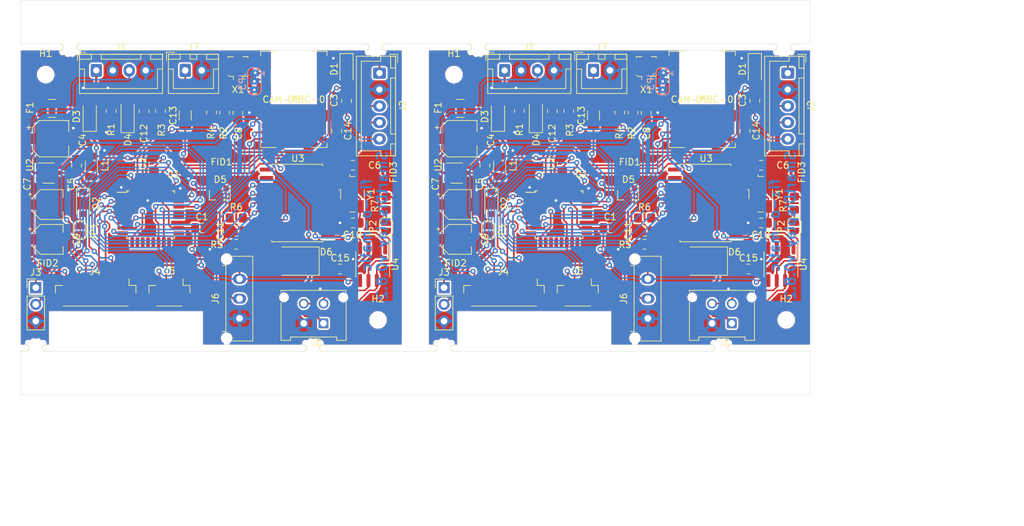
<source format=kicad_pcb>
(kicad_pcb (version 20221018) (generator pcbnew)
  (layers (0 "F.Cu" signal) (31 "B.Cu" signal) (34 "B.Paste" user) (35 "F.Paste" user) (36 "B.SilkS" user "B.Silkscreen") (37 "F.SilkS" user "F.Silkscreen") (38 "B.Mask" user) (39 "F.Mask" user) (44 "Edge.Cuts" user))
  (net 0 "")
  (net 1 "GND")
  (net 2 "Net-(J2-Pin_5)")
  (net 3 "Net-(U2-EN)")
  (net 4 "SCK")
  (net 5 "MOSI")
  (net 6 "MISO")
  (net 7 "+5V")
  (net 8 "RESET")
  (net 9 "TXD")
  (net 10 "RXD")
  (net 11 "SCL")
  (net 12 "SDA")
  (net 13 "A3")
  (net 14 "A2")
  (net 15 "A1")
  (net 16 "A0")
  (net 17 "Net-(U2-SW)")
  (net 18 "Net-(U3-OSC1)")
  (net 19 "Net-(U3-OSC2)")
  (net 20 "KEY")
  (net 21 "+12V")
  (net 22 "Net-(U2-BST)")
  (net 23 "Net-(D2-K)")
  (net 24 "INSTR.BEL")
  (net 25 "Net-(J7-Pin_1)")
  (net 26 "D22")
  (net 27 "D23")
  (net 28 "CANH")
  (net 29 "CANL")
  (net 30 "D24")
  (net 31 "D25")
  (net 32 "1WIRE")
  (net 33 "INT_CAN")
  (net 34 "SS")
  (net 35 "UPDI")
  (net 36 "Net-(U5-RF_OUT)")
  (net 37 "+3V3")
  (net 38 "Net-(U5-RF_IN)")
  (net 39 "Net-(X1-SIGNAL)")
  (net 40 "GPS_RXD")
  (net 41 "GPS_TXD")
  (net 42 "GPS_RESET")
  (net 43 "Net-(U3-~{RESET})")
  (net 44 "AREF")
  (net 47 "Net-(U3-TXCAN)")
  (net 48 "Net-(U3-RXCAN)")
  (net 64 "A4")
  (net 65 "Net-(D2-A)")
  (net 66 "Net-(JP2-Pad1)")
  (footprint "Capacitor_SMD:C_0805_2012Metric_Pad1.18x1.45mm_HandSolder" (layer "F.Cu") (at 93.091612 45.245991 90)
    (fp_text reference "C3")
    (fp_text value "100n")
  )
  (footprint "Resistor_SMD:R_0805_2012Metric_Pad1.20x1.40mm_HandSolder" (layer "F.Cu") (at 76.341612 67.033491)
    (fp_text reference "R5")
    (fp_text value "4,7k")
  )
  (footprint "MountingHole:MountingHole_2.2mm_M2" (layer "F.Cu") (at 47.401612 41.262491)
    (fp_text reference "H1")
    (fp_text value "MountingHole_Pad")
  )
  (footprint "Resistor_SMD:R_0805_2012Metric_Pad1.20x1.40mm_HandSolder" (layer "F.Cu") (at 76.341612 63.033491)
    (fp_text reference "R6")
    (fp_text value "10k")
  )
  (footprint "Capacitor_SMD:C_0805_2012Metric_Pad1.18x1.45mm_HandSolder" (layer "F.Cu") (at 62.341612 46.808491 90)
    (fp_text reference "C12")
    (fp_text value "100n")
  )
  (footprint "Capacitor_SMD:C_0805_2012Metric_Pad1.18x1.45mm_HandSolder" (layer "F.Cu") (at 63.841612 54.745991 90)
    (fp_text reference "C2")
    (fp_text value "100n")
  )
  (footprint "Resistor_SMD:R_0805_2012Metric_Pad1.20x1.40mm_HandSolder" (layer "F.Cu") (at 72.591612 47.033491 -90)
    (fp_text reference "R4")
    (fp_text value "1k")
  )
  (footprint "Resistor_SMD:R_0805_2012Metric_Pad1.20x1.40mm_HandSolder" (layer "F.Cu") (at 57.341612 46.783491 90)
    (fp_text reference "R1")
    (fp_text value "22k 1%")
  )
  (footprint "Diode_SMD:D_MiniMELF" (layer "F.Cu") (at 59.841612 47.533491 90)
    (fp_text reference "D4")
    (fp_text value "BZV55-C12")
  )
  (footprint "Diode_SMD:D_SMB" (layer "F.Cu") (at 85.383612 69.583491 180)
    (fp_text reference "D6")
    (fp_text value "SMBJ5.0CA")
  )
  (footprint "Crystal:Crystal_SMD_EuroQuartz_MJ-4Pin_5.0x3.2mm" (layer "F.Cu") (at 93.991612 59.433491 -90)
    (fp_text reference "Y1")
    (fp_text value "16MHz")
  )
  (footprint "Capacitor_SMD:C_0805_2012Metric_Pad1.18x1.45mm_HandSolder" (layer "F.Cu") (at 94.054112 63.783491 180)
    (fp_text reference "C10")
    (fp_text value "22p")
  )
  (footprint "Jumper:SolderJumper-2_P1.3mm_Open_RoundedPad1.0x1.5mm" (layer "F.Cu") (at 99.091612 64.383491 -90)
    (fp_text reference "JP2")
    (fp_text value "Jumper_NC_Small")
  )
  (footprint "Capacitor_SMD:C_0805_2012Metric_Pad1.18x1.45mm_HandSolder" (layer "F.Cu") (at 92.129112 70.783491)
    (fp_text reference "C15")
    (fp_text value "100n")
  )
  (footprint "Package_SO:SOIC-8_3.9x4.9mm_P1.27mm" (layer "F.Cu") (at 97.058612 70.058491 -90)
    (fp_text reference "U4")
    (fp_text value "MCP2562-E-SN")
  )
  (footprint "MountingHole:MountingHole_2.2mm_M2" (layer "F.Cu") (at 97.866668 78.519547)
    (fp_text reference "H2")
    (fp_text value "MountingHole_Pad")
  )
  (footprint "Resistor_SMD:R_0805_2012Metric_Pad1.20x1.40mm_HandSolder" (layer "F.Cu") (at 99.091612 60.783491 90)
    (fp_text reference "R7")
    (fp_text value "120")
  )
  (footprint "Capacitor_SMD:C_0805_2012Metric_Pad1.18x1.45mm_HandSolder" (layer "F.Cu") (at 76.379112 65.033491)
    (fp_text reference "C11")
    (fp_text value "100n")
  )
  (footprint "Connector_JST:JST_XH_B2B-XH-A_1x02_P2.50mm_Vertical" (layer "F.Cu") (at 68.591612 40.627491)
    (fp_text reference "J7")
    (fp_text value "KEY")
  )
  (footprint "Package_QFP:TQFP-32_7x7mm_P0.8mm" (layer "F.Cu") (at 63.341612 62.533491)
    (fp_text reference "U1")
    (fp_text value "ATmega4808-A")
  )
  (footprint "Capacitor_SMD:C_0805_2012Metric_Pad1.18x1.45mm_HandSolder" (layer "F.Cu") (at 71.129112 64.533491)
    (fp_text reference "C1")
    (fp_text value "100n")
  )
  (footprint "Package_SO:SOIC-18W_7.5x11.6mm_P1.27mm" (layer "F.Cu") (at 85.591612 60.763491 180)
    (fp_text reference "U3")
    (fp_text value "MCP2515-xSO")
  )
  (footprint "Resistor_SMD:R_0805_2012Metric_Pad1.20x1.40mm_HandSolder" (layer "F.Cu") (at 64.841612 46.783491 90)
    (fp_text reference "R3")
    (fp_text value "4,7k 1%")
  )
  (footprint "Fuse:Fuse_1210_3225Metric_Pad1.42x2.65mm_HandSolder" (layer "F.Cu") (at 48.354112 46.393491)
    (fp_text reference "F1")
    (fp_text value "Polyfuse")
  )
  (footprint "Resistor_SMD:R_0805_2012Metric_Pad1.20x1.40mm_HandSolder" (layer "F.Cu") (at 74.591612 47.033491 -90)
    (fp_text reference "R2")
    (fp_text value "10k")
  )
  (footprint "Fiducial:Fiducial_0.5mm_Mask1mm" (layer "F.Cu") (at 45.341612 69.283491)
    (fp_text reference "FID2")
    (fp_text value "Fiducial")
  )
  (footprint "Fiducial:Fiducial_0.5mm_Mask1mm" (layer "F.Cu") (at 98.591612 56.283491)
    (fp_text reference "FID3")
    (fp_text value "Fiducial")
  )
  (footprint "Capacitor_SMD:CP_Elec_5x3.9" (layer "F.Cu") (at 48.141612 50.993491)
    (fp_text reference "C4")
    (fp_text value "22u")
  )
  (footprint "Capacitor_SMD:C_0805_2012Metric_Pad1.18x1.45mm_HandSolder" (layer "F.Cu") (at 52.091612 55.070991 90)
    (fp_text reference "C5")
    (fp_text value "100n")
  )
  (footprint "Capacitor_SMD:CP_Elec_4x3.9" (layer "F.Cu") (at 47.791612 60.993491)
    (fp_text reference "C7")
    (fp_text value "22u")
  )
  (footprint "Capacitor_SMD:CP_Elec_4x3.9" (layer "F.Cu") (at 47.791612 66.283491)
    (fp_text reference "C9")
    (fp_text value "22u")
  )
  (footprint "Connector_JST:JST_XH_B5B-XH-A_1x05_P2.50mm_Vertical" (layer "F.Cu") (at 98.091612 41.033491 -90)
    (fp_text reference "J2")
    (fp_text value "PROG/SERIAL")
  )
  (footprint "Inductor_SMD:L_1206_3216Metric" (layer "F.Cu") (at 54.341612 55.220991 90)
    (fp_text reference "L1")
    (fp_text value "4.7uH")
  )
  (footprint "Connector_Molex:Molex_Micro-Fit_3.0_43045-0412_2x02_P3.00mm_Vertical" (layer "F.Cu") (at 89.591612 79.033491 180)
    (fp_text reference "J8")
    (fp_text value "CAN")
  )
  (footprint "Connector_Molex:Molex_Micro-Fit_3.0_43650-0315_1x03_P3.00mm_Vertical" (layer "F.Cu") (at 76.841612 78.283491 90)
    (fp_text reference "J6")
    (fp_text value "Conn_01x03")
  )
  (footprint "Capacitor_SMD:C_0805_2012Metric_Pad1.18x1.45mm_HandSolder" (layer "F.Cu") (at 94.054112 55.033491)
    (fp_text reference "C6")
    (fp_text value "22p")
  )
  (footprint "Connector_JST:JST_XH_B4B-XH-A_1x04_P2.50mm_Vertical" (layer "F.Cu") (at 55.091612 40.627491)
    (fp_text reference "J1")
    (fp_text value "PWR")
  )
  (footprint "Capacitor_SMD:C_1206_3216Metric_Pad1.33x1.80mm_HandSolder" (layer "F.Cu") (at 68.591612 47.470991 90)
    (fp_text reference "C13")
    (fp_text value "1u")
  )
  (footprint "ublox_CAM_M8C:CAM-M8C-0" (layer "F.Cu") (at 85.091612 45.033491)
    (fp_text reference "U5")
    (fp_text value "CAM-M8C-0")
  )
  (footprint "Capacitor_SMD:C_0805_2012Metric_Pad1.18x1.45mm_HandSolder" (layer "F.Cu") (at 76.591612 47.070991 90)
    (fp_text reference "C8")
    (fp_text value "100n")
  )
  (footprint "Package_TO_SOT_SMD:TSOT-23-6" (layer "F.Cu") (at 47.841612 56.193491)
    (fp_text reference "U2")
    (fp_text value "AP63203WU")
  )
  (footprint "Capacitor_SMD:C_0805_2012Metric_Pad1.18x1.45mm_HandSolder" (layer "F.Cu") (at 91.591612 49.820991 90)
    (fp_text reference "C14")
    (fp_text value "100n")
  )
  (footprint "Connector_Coaxial:U.FL_Molex_MCRF_73412-0110_Vertical" (layer "F.Cu") (at 76.616612 40.033491)
    (fp_text reference "X1")
    (fp_text value "ANTENNA_U.FL")
  )
  (footprint "Fiducial:Fiducial_0.5mm_Mask1mm" (layer "F.Cu") (at 74.091612 53.033491 180)
    (fp_text reference "FID1")
    (fp_text value "Fiducial")
  )
  (footprint "Package_TO_SOT_SMD:SOT-23" (layer "F.Cu") (at 73.841612 59.533491 -90)
    (fp_text reference "D5")
    (fp_text value "SP0502BAHT")
  )
  (footprint "Diode_SMD:D_SOD-123" (layer "F.Cu") (at 53.091612 60.783491 -90)
    (fp_text reference "D2")
    (fp_text value "1N4148W")
  )
  (footprint "Diode_SMD:D_SOD-123" (layer "F.Cu") (at 54.091612 47.633491 90)
    (fp_text reference "D3")
    (fp_text value "1N4148W")
  )
  (footprint "Fiducial:Fiducial_0.5mm_Mask1mm" (layer "F.Cu") (at 160.591612 56.283491)
    (fp_text reference "FID3")
    (fp_text value "Fiducial")
  )
  (footprint "Diode_SMD:D_SOD-123" (layer "F.Cu") (at 155.091612 40.433491 -90)
    (fp_text reference "D1")
    (fp_text value "1N4148W")
  )
  (footprint "Connector_Molex:Molex_Micro-Fit_3.0_43045-0412_2x02_P3.00mm_Vertical" (layer "F.Cu") (at 151.591612 79.033491 180)
    (fp_text reference "J8")
    (fp_text value "CAN")
  )
  (footprint "fiz-o-matic:mouse-bite-1mm-slot" (layer "F.Cu") (at 87.991612 82.783491 180)
    (fp_text reference "MB4" hide)
    (fp_text value "MouseBite" hide)
  )
  (footprint "Connector_Molex:Molex_Micro-Fit_3.0_43650-0315_1x03_P3.00mm_Vertical" (layer "F.Cu") (at 138.841612 78.283491 90)
    (fp_text reference "J6")
    (fp_text value "Conn_01x03")
  )
  (footprint "Package_TO_SOT_SMD:SOT-23" (layer "F.Cu") (at 135.841612 59.533491 -90)
    (fp_text reference "D5")
    (fp_text value "SP0502BAHT")
  )
  (footprint "Connector_JST:JST_SH_BM10B-SRSS-TB_1x10-1MP_P1.00mm_Vertical" (layer "F.Cu") (at 55.001612 74.393491 180)
    (fp_text reference "J4")
    (fp_text value "DISPLAY")
  )
  (footprint "Capacitor_SMD:C_1206_3216Metric_Pad1.33x1.80mm_HandSolder" (layer "F.Cu") (at 130.591612 47.470991 90)
    (fp_text reference "C13")
    (fp_text value "1u")
  )
  (footprint "Capacitor_SMD:C_0805_2012Metric_Pad1.18x1.45mm_HandSolder" (layer "F.Cu") (at 138.379112 65.033491)
    (fp_text reference "C11")
    (fp_text value "100n")
  )
  (footprint "Connector_JST:JST_SH_BM04B-SRSS-TB_1x04-1MP_P1.00mm_Vertical" (layer "F.Cu") (at 128.201612 74.393491 180)
    (fp_text reference "J5")
    (fp_text value "I2C")
  )
  (footprint "Connector_JST:JST_XH_B4B-XH-A_1x04_P2.50mm_Vertical" (layer "F.Cu") (at 117.091612 40.627491)
    (fp_text reference "J1")
    (fp_text value "PWR")
  )
  (footprint "Connector_JST:JST_SH_BM10B-SRSS-TB_1x10-1MP_P1.00mm_Vertical" (layer "F.Cu") (at 117.001612 74.393491 180)
    (fp_text reference "J4")
    (fp_text value "DISPLAY")
  )
  (footprint "Fiducial:Fiducial_0.5mm_Mask1mm" (layer "F.Cu") (at 136.091612 53.033491 180)
    (fp_text reference "FID1")
    (fp_text value "Fiducial")
  )
  (footprint "Resistor_SMD:R_0805_2012Metric_Pad1.20x1.40mm_HandSolder" (layer "F.Cu") (at 161.091612 60.783491 90)
    (fp_text reference "R7")
    (fp_text value "120")
  )
  (footprint "Diode_SMD:D_SOD-123" (layer "F.Cu") (at 116.091612 47.633491 90)
    (fp_text reference "D3")
    (fp_text value "1N4148W")
  )
  (footprint "Connector_JST:JST_SH_BM04B-SRSS-TB_1x04-1MP_P1.00mm_Vertical" (layer "F.Cu") (at 66.201612 74.393491 180)
    (fp_text reference "J5")
    (fp_text value "I2C")
  )
  (footprint "Capacitor_SMD:CP_Elec_5x3.9" (layer "F.Cu") (at 110.141612 50.993491)
    (fp_text reference "C4")
    (fp_text value "22u")
  )
  (footprint "MountingHole:MountingHole_2.2mm_M2" (layer "F.Cu") (at 159.866668 78.519547)
    (fp_text reference "H2")
    (fp_text value "MountingHole_Pad")
  )
  (footprint "Diode_SMD:D_SOD-123" (layer "F.Cu") (at 93.091612 40.433491 -90)
    (fp_text reference "D1")
    (fp_text value "1N4148W")
  )
  (footprint "Resistor_SMD:R_0805_2012Metric_Pad1.20x1.40mm_HandSolder" (layer "F.Cu") (at 138.341612 63.033491)
    (fp_text reference "R6")
    (fp_text value "10k")
  )
  (footprint "Package_TO_SOT_SMD:TSOT-23-6" (layer "F.Cu") (at 109.841612 56.193491)
    (fp_text reference "U2")
    (fp_text value "AP63203WU")
  )
  (footprint "Diode_SMD:D_SMB" (layer "F.Cu") (at 147.383612 69.583491 180)
    (fp_text reference "D6")
    (fp_text value "SMBJ5.0CA")
  )
  (footprint "Capacitor_SMD:C_0805_2012Metric_Pad1.18x1.45mm_HandSolder" (layer "F.Cu") (at 124.341612 46.808491 90)
    (fp_text reference "C12")
    (fp_text value "100n")
  )
  (footprint "Resistor_SMD:R_0805_2012Metric_Pad1.20x1.40mm_HandSolder" (layer "F.Cu") (at 136.591612 47.033491 -90)
    (fp_text reference "R2")
    (fp_text value "10k")
  )
  (footprint "Jumper:SolderJumper-2_P1.3mm_Open_RoundedPad1.0x1.5mm" (layer "F.Cu") (at 114.601612 64.893491 90)
    (fp_text reference "JP1")
    (fp_text value "Jumper_NC_Small")
  )
  (footprint "ublox_CAM_M8C:CAM-M8C-0" (layer "F.Cu") (at 147.091612 45.033491)
    (fp_text reference "U5")
    (fp_text value "CAM-M8C-0")
  )
  (footprint "Connector_PinHeader_2.54mm:PinHeader_1x03_P2.54mm_Vertical" (layer "F.Cu") (at 107.901612 73.613491)
    (fp_text reference "J3")
    (fp_text value "UPDI")
  )
  (footprint "Diode_SMD:D_MiniMELF" (layer "F.Cu") (at 121.841612 47.533491 90)
    (fp_text reference "D4")
    (fp_text value "BZV55-C12")
  )
  (footprint "Connector_JST:JST_XH_B5B-XH-A_1x05_P2.50mm_Vertical" (layer "F.Cu") (at 160.091612 41.033491 -90)
    (fp_text reference "J2")
    (fp_text value "PROG/SERIAL")
  )
  (footprint "Resistor_SMD:R_0805_2012Metric_Pad1.20x1.40mm_HandSolder" (layer "F.Cu") (at 134.591612 47.033491 -90)
    (fp_text reference "R4")
    (fp_text value "1k")
  )
  (footprint "Capacitor_SMD:C_0805_2012Metric_Pad1.18x1.45mm_HandSolder" (layer "F.Cu") (at 155.091612 45.245991 90)
    (fp_text reference "C3")
    (fp_text value "100n")
  )
  (footprint "fiz-o-matic:mouse-bite-1mm-slot" (layer "F.Cu") (at 159.501612 37.093491)
    (fp_text reference "MB2" hide)
    (fp_text value "MouseBite" hide)
  )
  (footprint "Jumper:SolderJumper-2_P1.3mm_Open_RoundedPad1.0x1.5mm" (layer "F.Cu") (at 161.091612 64.383491 -90)
    (fp_text reference "JP2")
    (fp_text value "Jumper_NC_Small")
  )
  (footprint "Diode_SMD:D_SOD-123" (layer "F.Cu") (at 115.091612 60.783491 -90)
    (fp_text reference "D2")
    (fp_text value "1N4148W")
  )
  (footprint "Capacitor_SMD:C_0805_2012Metric_Pad1.18x1.45mm_HandSolder" (layer "F.Cu") (at 138.591612 47.070991 90)
    (fp_text reference "C8")
    (fp_text value "100n")
  )
  (footprint "Capacitor_SMD:C_0805_2012Metric_Pad1.18x1.45mm_HandSolder" (layer "F.Cu") (at 153.591612 49.820991 90)
    (fp_text reference "C14")
    (fp_text value "100n")
  )
  (footprint "MountingHole:MountingHole_2.2mm_M2" (layer "F.Cu") (at 109.401612 41.262491)
    (fp_text reference "H1")
    (fp_text value "MountingHole_Pad")
  )
  (footprint "fiz-o-matic:mouse-bite-1mm-slot" (layer "F.Cu") (at 45.891612 82.783491 180)
    (fp_text reference "MB3" hide)
    (fp_text value "MouseBite" hide)
  )
  (footprint "Inductor_SMD:L_1206_3216Metric" (layer "F.Cu") (at 116.341612 55.220991 90)
    (fp_text reference "L1")
    (fp_text value "4.7uH")
  )
  (footprint "Connector_PinHeader_2.54mm:PinHeader_1x03_P2.54mm_Vertical" (layer "F.Cu") (at 45.901612 73.613491)
    (fp_text reference "J3")
    (fp_text value "UPDI")
  )
  (footprint "Capacitor_SMD:CP_Elec_4x3.9" (layer "F.Cu") (at 109.791612 60.993491)
    (fp_text reference "C7")
    (fp_text value "22u")
  )
  (footprint "Capacitor_SMD:CP_Elec_4x3.9" (layer "F.Cu") (at 109.791612 66.283491)
    (fp_text reference "C9")
    (fp_text value "22u")
  )
  (footprint "Resistor_SMD:R_0805_2012Metric_Pad1.20x1.40mm_HandSolder" (layer "F.Cu") (at 138.341612 67.033491)
    (fp_text reference "R5")
    (fp_text value "4,7k")
  )
  (footprint "Capacitor_SMD:C_0805_2012Metric_Pad1.18x1.45mm_HandSolder" (layer "F.Cu") (at 114.091612 55.070991 90)
    (fp_text reference "C5")
    (fp_text value "100n")
  )
  (footprint "fiz-o-matic:mouse-bite-1mm-slot" (layer "F.Cu") (at 113.101612 37.093491)
    (fp_text reference "MB1" hide)
    (fp_text value "MouseBite" hide)
  )
  (footprint "fiz-o-matic:mouse-bite-1mm-slot" (layer "F.Cu") (at 149.991612 82.783491 180)
    (fp_text reference "MB4" hide)
    (fp_text value "MouseBite" hide)
  )
  (footprint "Crystal:Crystal_SMD_EuroQuartz_MJ-4Pin_5.0x3.2mm" (layer "F.Cu") (at 155.991612 59.433491 -90)
    (fp_text reference "Y1")
    (fp_text value "16MHz")
  )
  (footprint "Jumper:SolderJumper-2_P1.3mm_Open_RoundedPad1.0x1.5mm" (layer "F.Cu") (at 52.601612 64.893491 90)
    (fp_text reference "JP1")
    (fp_text value "Jumper_NC_Small")
  )
  (footprint "Capacitor_SMD:C_0805_2012Metric_Pad1.18x1.45mm_HandSolder" (layer "F.Cu") (at 133.129112 64.533491)
    (fp_text reference "C1")
    (fp_text value "100n")
  )
  (footprint "Connector_JST:JST_XH_B2B-XH-A_1x02_P2.50mm_Vertical" (layer "F.Cu") (at 130.591612 40.627491)
    (fp_text reference "J7")
    (fp_text value "KEY")
  )
  (footprint "Fiducial:Fiducial_0.5mm_Mask1mm" (layer "F.Cu") (at 107.341612 69.283491)
    (fp_text reference "FID2")
    (fp_text value "Fiducial")
  )
  (footprint "Package_SO:SOIC-18W_7.5x11.6mm_P1.27mm" (layer "F.Cu") (at 147.591612 60.763491 180)
    (fp_text reference "U3")
    (fp_text value "MCP2515-xSO")
  )
  (footprint "fiz-o-matic:mouse-bite-1mm-slot" (layer "F.Cu") (at 97.501612 37.093491)
    (fp_text reference "MB2" hide)
    (fp_text value "MouseBite" hide)
  )
  (footprint "Fuse:Fuse_1210_3225Metric_Pad1.42x2.65mm_HandSolder" (layer "F.Cu") (at 110.354112 46.393491)
    (fp_text reference "F1")
    (fp_text value "Polyfuse")
  )
  (footprint "fiz-o-matic:mouse-bite-1mm-slot" (layer "F.Cu") (at 107.891612 82.783491 180)
    (fp_text reference "MB3" hide)
    (fp_text value "MouseBite" hide)
  )
  (footprint "Capacitor_SMD:C_0805_2012Metric_Pad1.18x1.45mm_HandSolder" (layer "F.Cu") (at 154.129112 70.783491)
    (fp_text reference "C15")
    (fp_text value "100n")
  )
  (footprint "Package_SO:SOIC-8_3.9x4.9mm_P1.27mm" (layer "F.Cu") (at 159.058612 70.058491 -90)
    (fp_text reference "U4")
    (fp_text value "MCP2562-E-SN")
  )
  (footprint "Package_QFP:TQFP-32_7x7mm_P0.8mm" (layer "F.Cu") (at 125.341612 62.533491)
    (fp_text reference "U1")
    (fp_text value "ATmega4808-A")
  )
  (footprint "Resistor_SMD:R_0805_2012Metric_Pad1.20x1.40mm_HandSolder" (layer "F.Cu") (at 119.341612 46.783491 90)
    (fp_text reference "R1")
    (fp_text value "22k 1%")
  )
  (footprint "Connector_Coaxial:U.FL_Molex_MCRF_73412-0110_Vertical" (layer "F.Cu") (at 138.616612 40.033491)
    (fp_text reference "X1")
    (fp_text value "ANTENNA_U.FL")
  )
  (footprint "Capacitor_SMD:C_0805_2012Metric_Pad1.18x1.45mm_HandSolder" (layer "F.Cu") (at 156.054112 55.033491)
    (fp_text reference "C6")
    (fp_text value "22p")
  )
  (footprint "Resistor_SMD:R_0805_2012Metric_Pad1.20x1.40mm_HandSolder" (layer "F.Cu") (at 126.841612 46.783491 90)
    (fp_text reference "R3")
    (fp_text value "4,7k 1%")
  )
  (footprint "fiz-o-matic:mouse-bite-1mm-slot" (layer "F.Cu") (at 51.101612 37.093491)
    (fp_text reference "MB1" hide)
    (fp_text value "MouseBite" hide)
  )
  (footprint "Capacitor_SMD:C_0805_2012Metric_Pad1.18x1.45mm_HandSolder" (layer "F.Cu") (at 125.841612 54.745991 90)
    (fp_text reference "C2")
    (fp_text value "100n")
  )
  (footprint "Capacitor_SMD:C_0805_2012Metric_Pad1.18x1.45mm_HandSolder" (layer "F.Cu") (at 156.054112 63.783491 180)
    (fp_text reference "C10")
    (fp_text value "22p")
  )
  (footprint "Jumper:SolderJumper-3_P1.3mm_Bridged12_RoundedPad1.0x1.5mm" (layer "B.Cu") (at 79.091612 42.283491 -90)
    (fp_text reference "JP3")
    (fp_text value "Jumper_NC_Dual")
  )
  (footprint "Jumper:SolderJumper-3_P1.3mm_Bridged12_RoundedPad1.0x1.5mm" (layer "B.Cu") (at 141.091612 42.283491 -90)
    (fp_text reference "JP3")
    (fp_text value "Jumper_NC_Dual")
  )
  (gr_line (start 71.277612 82.283491) (end 86.491612 82.283491) (stroke (width 0.05)) (layer "Edge.Cuts"))
  (gr_line (start 47.909612 77.203491) (end 71.277612 77.203491) (stroke (width 0.05)) (layer "Edge.Cuts"))
  (gr_line (start 101.491612 82.283491) (end 101.491612 37.583491) (stroke (width 0.05)) (layer "Edge.Cuts"))
  (gr_line (start 47.909612 77.203491) (end 47.909612 82.283491) (stroke (width 0.05)) (layer "Edge.Cuts"))
  (gr_line (start 43.591612 82.283491) (end 43.591612 37.583491) (stroke (width 0.05)) (layer "Edge.Cuts"))
  (gr_line (start 71.277612 77.203491) (end 71.277612 82.283491) (stroke (width 0.05)) (layer "Edge.Cuts"))
  (gr_line (start 109.909612 77.203491) (end 109.909612 82.283491) (stroke (width 0.05)) (layer "Edge.Cuts"))
  (gr_line (start 101.491612 29.983491) (end 105.591612 29.983491) (stroke (width 0.05)) (layer "Edge.Cuts"))
  (gr_arc (start 95.991612 36.583491) (mid 96.491612 37.083491) (end 95.991612 37.583491) (stroke (width 0.05)) (layer "Edge.Cuts"))
  (gr_line (start 101.491612 36.583491) (end 105.591612 36.583491) (stroke (width 0.05)) (layer "Edge.Cuts"))
  (gr_line (start 47.391612 82.283491) (end 47.909612 82.283491) (stroke (width 0.05)) (layer "Edge.Cuts"))
  (gr_line (start 114.591612 37.583491) (end 157.991612 37.583491) (stroke (width 0.05)) (layer "Edge.Cuts"))
  (gr_line (start 89.491612 83.283491) (end 101.491612 83.283491) (stroke (width 0.05)) (layer "Edge.Cuts"))
  (gr_line (start 105.591612 82.283491) (end 105.591612 37.583491) (stroke (width 0.05)) (layer "Edge.Cuts"))
  (gr_line (start 111.591612 36.583491) (end 105.591612 36.583491) (stroke (width 0.05)) (layer "Edge.Cuts"))
  (gr_line (start 133.277612 77.203491) (end 133.277612 82.283491) (stroke (width 0.05)) (layer "Edge.Cuts"))
  (gr_line (start 163.491612 82.283491) (end 163.491612 37.583491) (stroke (width 0.05)) (layer "Edge.Cuts"))
  (gr_line (start 109.909612 77.203491) (end 133.277612 77.203491) (stroke (width 0.05)) (layer "Edge.Cuts"))
  (gr_arc (start 111.591612 36.583491) (mid 112.091612 37.083491) (end 111.591612 37.583491) (stroke (width 0.05)) (layer "Edge.Cuts"))
  (gr_line (start 157.991612 36.583491) (end 114.591612 36.583491) (stroke (width 0.05)) (layer "Edge.Cuts"))
  (gr_line (start 49.591612 36.583491) (end 43.591612 36.583491) (stroke (width 0.05)) (layer "Edge.Cuts"))
  (gr_line (start 105.591612 37.583491) (end 111.591612 37.583491) (stroke (width 0.05)) (layer "Edge.Cuts"))
  (gr_line (start 160.991612 36.583491) (end 163.491612 36.583491) (stroke (width 0.05)) (layer "Edge.Cuts"))
  (gr_line (start 160.991612 37.583491) (end 163.491612 37.583491) (stroke (width 0.05)) (layer "Edge.Cuts"))
  (gr_line (start 105.591612 82.283491) (end 106.391612 82.283491) (stroke (width 0.05)) (layer "Edge.Cuts"))
  (gr_line (start 101.491612 89.883491) (end 105.591612 89.883491) (stroke (width 0.05)) (layer "Edge.Cuts"))
  (gr_arc (start 98.991612 37.583491) (mid 98.491612 37.083491) (end 98.991612 36.583491) (stroke (width 0.05)) (layer "Edge.Cuts"))
  (gr_line (start 98.991612 36.583491) (end 101.491612 36.583491) (stroke (width 0.05)) (layer "Edge.Cuts"))
  (gr_arc (start 160.991612 37.583491) (mid 160.491612 37.083491) (end 160.991612 36.583491) (stroke (width 0.05)) (layer "Edge.Cuts"))
  (gr_line (start 109.391612 82.283491) (end 109.909612 82.283491) (stroke (width 0.05)) (layer "Edge.Cuts"))
  (gr_line (start 52.591612 37.583491) (end 95.991612 37.583491) (stroke (width 0.05)) (layer "Edge.Cuts"))
  (gr_line (start 101.491612 89.883491) (end 43.591612 89.883491) (stroke (width 0.05)) (layer "Edge.Cuts"))
  (gr_line (start 43.591612 83.283491) (end 43.591612 89.883491) (stroke (width 0.05)) (layer "Edge.Cuts"))
  (gr_arc (start 114.591612 37.583491) (mid 114.091612 37.083491) (end 114.591612 36.583491) (stroke (width 0.05)) (layer "Edge.Cuts"))
  (gr_line (start 98.991612 37.583491) (end 101.491612 37.583491) (stroke (width 0.05)) (layer "Edge.Cuts"))
  (gr_arc (start 151.491612 83.283491) (mid 150.991612 82.783491) (end 151.491612 82.283491) (stroke (width 0.05)) (layer "Edge.Cuts"))
  (gr_line (start 43.591612 37.583491) (end 49.591612 37.583491) (stroke (width 0.05)) (layer "Edge.Cuts"))
  (gr_arc (start 89.491612 83.283491) (mid 88.991612 82.783491) (end 89.491612 82.283491) (stroke (width 0.05)) (layer "Edge.Cuts"))
  (gr_line (start 133.277612 82.283491) (end 148.491612 82.283491) (stroke (width 0.05)) (layer "Edge.Cuts"))
  (gr_arc (start 52.591612 37.583491) (mid 52.091612 37.083491) (end 52.591612 36.583491) (stroke (width 0.05)) (layer "Edge.Cuts"))
  (gr_line (start 43.591612 29.983491) (end 101.491612 29.983491) (stroke (width 0.05)) (layer "Edge.Cuts"))
  (gr_line (start 163.491612 36.583491) (end 163.491612 29.983491) (stroke (width 0.05)) (layer "Edge.Cuts"))
  (gr_line (start 151.491612 82.283491) (end 163.491612 82.283491) (stroke (width 0.05)) (layer "Edge.Cuts"))
  (gr_line (start 105.591612 29.983491) (end 163.491612 29.983491) (stroke (width 0.05)) (layer "Edge.Cuts"))
  (gr_arc (start 106.391612 82.283491) (mid 106.891612 82.783491) (end 106.391612 83.283491) (stroke (width 0.05)) (layer "Edge.Cuts"))
  (gr_line (start 43.591612 82.283491) (end 44.391612 82.283491) (stroke (width 0.05)) (layer "Edge.Cuts"))
  (gr_line (start 47.391612 83.283491) (end 86.491612 83.283491) (stroke (width 0.05)) (layer "Edge.Cuts"))
  (gr_arc (start 148.491612 82.283491) (mid 148.991612 82.783491) (end 148.491612 83.283491) (stroke (width 0.05)) (layer "Edge.Cuts"))
  (gr_line (start 163.491612 89.883491) (end 105.591612 89.883491) (stroke (width 0.05)) (layer "Edge.Cuts"))
  (gr_line (start 105.591612 83.283491) (end 101.491612 83.283491) (stroke (width 0.05)) (layer "Edge.Cuts"))
  (gr_line (start 151.491612 83.283491) (end 163.491612 83.283491) (stroke (width 0.05)) (layer "Edge.Cuts"))
  (gr_line (start 163.491612 83.283491) (end 163.491612 89.883491) (stroke (width 0.05)) (layer "Edge.Cuts"))
  (gr_arc (start 44.391612 82.283491) (mid 44.891612 82.783491) (end 44.391612 83.283491) (stroke (width 0.05)) (layer "Edge.Cuts"))
  (gr_arc (start 86.491612 82.283491) (mid 86.991612 82.783491) (end 86.491612 83.283491) (stroke (width 0.05)) (layer "Edge.Cuts"))
  (gr_arc (start 47.391612 83.283491) (mid 46.891612 82.783491) (end 47.391612 82.283491) (stroke (width 0.05)) (layer "Edge.Cuts"))
  (gr_arc (start 49.591612 36.583491) (mid 50.091612 37.083491) (end 49.591612 37.583491) (stroke (width 0.05)) (layer "Edge.Cuts"))
  (gr_line (start 44.391612 83.283491) (end 43.591612 83.283491) (stroke (width 0.05)) (layer "Edge.Cuts"))
  (gr_line (start 95.991612 36.583491) (end 52.591612 36.583491) (stroke (width 0.05)) (layer "Edge.Cuts"))
  (gr_line (start 109.391612 83.283491) (end 148.491612 83.283491) (stroke (width 0.05)) (layer "Edge.Cuts"))
  (gr_arc (start 157.991612 36.583491) (mid 158.491612 37.083491) (end 157.991612 37.583491) (stroke (width 0.05)) (layer "Edge.Cuts"))
  (gr_line (start 43.591612 36.583491) (end 43.591612 29.983491) (stroke (width 0.05)) (layer "Edge.Cuts"))
  (gr_line (start 106.391612 83.283491) (end 105.591612 83.283491) (stroke (width 0.05)) (layer "Edge.Cuts"))
  (gr_line (start 89.491612 82.283491) (end 101.491612 82.283491) (stroke (width 0.05)) (layer "Edge.Cuts"))
  (gr_arc (start 109.391612 83.283491) (mid 108.891612 82.783491) (end 109.391612 82.283491) (stroke (width 0.05)) (layer "Edge.Cuts"))
  (gr_text "fiz-o-matic\nSmartDisplay v0.8.2" (at 97.291612 64.183491 90) (layer "B.Cu") (effects (font (size 1.5 1.5) (thickness 0.3)) (justify mirror)))
  (gr_text "fiz-o-matic\nSmartDisplay v0.8.2" (at 159.291612 64.183491 90) (layer "B.Cu") (effects (font (size 1.5 1.5) (thickness 0.3)) (justify mirror)))
  (via (at 50.841612 58.783491) (size 0.8) (drill 0.4) (layers "F.Cu" "B.Cu") (net 1))
  (via (at 151.091612 73.783491) (size 0.8) (drill 0.4) (layers "F.Cu" "B.Cu") (net 1))
  (via (at 58.891612 58.383491) (size 0.8) (drill 0.4) (layers "F.Cu" "B.Cu") (net 1))
  (via (at 69.091612 57.033491) (size 0.8) (drill 0.4) (layers "F.Cu" "B.Cu") (net 1))
  (via (at 56.841612 43.283491) (size 0.8) (drill 0.4) (layers "F.Cu" "B.Cu") (net 1))
  (via (at 138.841612 49.533491) (size 0.8) (drill 0.4) (layers "F.Cu" "B.Cu") (net 1))
  (via (at 129.841612 58.533491) (size 0.8) (drill 0.4) (layers "F.Cu" "B.Cu") (net 1))
  (via (at 120.891612 58.383491) (size 0.8) (drill 0.4) (layers "F.Cu" "B.Cu") (net 1))
  (via (at 94.091612 69.283491) (size 0.8) (drill 0.4) (layers "F.Cu" "B.Cu") (net 1))
  (via (at 92.091612 63.783491) (size 0.8) (drill 0.4) (layers "F.Cu" "B.Cu") (net 1))
  (via (at 78.341612 47.033491) (size 0.8) (drill 0.4) (layers "F.Cu" "B.Cu") (net 1))
  (via (at 76.841612 49.533491) (size 0.8) (drill 0.4) (layers "F.Cu" "B.Cu") (net 1))
  (via (at 131.091612 57.033491) (size 0.8) (drill 0.4) (layers "F.Cu" "B.Cu") (net 1))
  (via (at 140.341612 47.033491) (size 0.8) (drill 0.4) (layers "F.Cu" "B.Cu") (net 1))
  (via (at 118.591612 50.033491) (size 0.8) (drill 0.4) (layers "F.Cu" "B.Cu") (net 1))
  (via (at 67.841612 58.533491) (size 0.8) (drill 0.4) (layers "F.Cu" "B.Cu") (net 1))
  (via (at 91.091612 38.783491) (size 0.8) (drill 0.4) (layers "F.Cu" "B.Cu") (net 1))
  (via (at 153.091612 38.783491) (size 0.8) (drill 0.4) (layers "F.Cu" "B.Cu") (net 1))
  (via (at 56.341612 52.783491) (size 0.8) (drill 0.4) (layers "F.Cu" "B.Cu") (net 1))
  (via (at 51.601612 49.393491) (size 0.8) (drill 0.4) (layers "F.Cu" "B.Cu") (net 1))
  (via (at 112.841612 58.783491) (size 0.8) (drill 0.4) (layers "F.Cu" "B.Cu") (net 1))
  (via (at 56.591612 50.033491) (size 0.8) (drill 0.4) (layers "F.Cu" "B.Cu") (net 1))
  (via (at 156.091612 69.283491) (size 0.8) (drill 0.4) (layers "F.Cu" "B.Cu") (net 1))
  (via (at 154.091612 63.783491) (size 0.8) (drill 0.4) (layers "F.Cu" "B.Cu") (net 1))
  (via (at 118.341612 52.783491) (size 0.8) (drill 0.4) (layers "F.Cu" "B.Cu") (net 1))
  (via (at 53.091612 43.283491) (size 0.8) (drill 0.4) (layers "F.Cu" "B.Cu") (net 1))
  (via (at 113.601612 49.393491) (size 0.8) (drill 0.4) (layers "F.Cu" "B.Cu") (net 1))
  (via (at 124.891612 60.383491) (size 0.8) (drill 0.4) (layers "F.Cu" "B.Cu") (net 1))
  (via (at 118.841612 43.283491) (size 0.8) (drill 0.4) (layers "F.Cu" "B.Cu") (net 1))
  (via (at 89.091612 73.783491) (size 0.8) (drill 0.4) (layers "F.Cu" "B.Cu") (net 1))
  (via (at 115.091612 43.283491) (size 0.8) (drill 0.4) (layers "F.Cu" "B.Cu") (net 1))
  (via (at 72.341612 67.783491) (size 0.8) (drill 0.4) (layers "F.Cu" "B.Cu") (net 1))
  (via (at 134.341612 67.783491) (size 0.8) (drill 0.4) (layers "F.Cu" "B.Cu") (net 1))
  (via (at 62.891612 60.383491) (size 0.8) (drill 0.4) (layers "F.Cu" "B.Cu") (net 1))
  (segment (start 124.935612 41.439491) (end 124.935612 40.627491) (width 0.25) (layer "B.Cu") (net 1))
  (segment (start 62.935612 41.439491) (end 62.935612 40.627491) (width 0.25) (layer "B.Cu") (net 1))
  (segment (start 155.091612 47.683491) (end 155.201612 47.793491) (width 0.25) (layer "F.Cu") (net 2))
  (segment (start 93.091612 47.683491) (end 93.201612 47.793491) (width 0.25) (layer "F.Cu") (net 2))
  (segment (start 93.091612 46.283491) (end 93.091612 47.683491) (width 0.25) (layer "F.Cu") (net 2))
  (segment (start 155.091612 46.283491) (end 155.091612 47.683491) (width 0.25) (layer "F.Cu") (net 2))
  (via (at 155.201612 47.793491) (size 0.8) (drill 0.4) (layers "F.Cu" "B.Cu") (net 2))
  (via (at 93.201612 47.793491) (size 0.8) (drill 0.4) (layers "F.Cu" "B.Cu") (net 2))
  (segment (start 93.201612 48.893491) (end 95.341612 51.033491) (width 0.25) (layer "B.Cu") (net 2))
  (segment (start 155.201612 47.793491) (end 155.201612 48.893491) (width 0.25) (layer "B.Cu") (net 2))
  (segment (start 93.201612 47.793491) (end 93.201612 48.893491) (width 0.25) (layer "B.Cu") (net 2))
  (segment (start 95.341612 51.033491) (end 98.091612 51.033491) (width 0.25) (layer "B.Cu") (net 2))
  (segment (start 157.341612 51.033491) (end 160.091612 51.033491) (width 0.25) (layer "B.Cu") (net 2))
  (segment (start 155.201612 48.893491) (end 157.341612 51.033491) (width 0.25) (layer "B.Cu") (net 2))
  (segment (start 107.201612 55.793491) (end 107.601612 56.193491) (width 0.35) (layer "F.Cu") (net 3))
  (segment (start 45.201612 55.793491) (end 45.601612 56.193491) (width 0.35) (layer "F.Cu") (net 3))
  (segment (start 108.866612 46.393491) (end 108.866612 48.128491) (width 0.35) (layer "F.Cu") (net 3))
  (segment (start 107.941612 50.993491) (end 107.941612 53.053491) (width 0.35) (layer "F.Cu") (net 3))
  (segment (start 46.531612 56.193491) (end 46.531612 57.143491) (width 0.35) (layer "F.Cu") (net 3))
  (segment (start 45.601612 56.193491) (end 46.531612 56.193491) (width 0.35) (layer "F.Cu") (net 3))
  (segment (start 108.866612 48.128491) (end 107.941612 49.053491) (width 0.35) (layer "F.Cu") (net 3))
  (segment (start 46.866612 46.393491) (end 46.866612 48.128491) (width 0.35) (layer "F.Cu") (net 3))
  (segment (start 45.941612 50.993491) (end 45.941612 53.053491) (width 0.35) (layer "F.Cu") (net 3))
  (segment (start 45.201612 53.793491) (end 45.201612 55.793491) (width 0.35) (layer "F.Cu") (net 3))
  (segment (start 107.601612 56.193491) (end 108.531612 56.193491) (width 0.35) (layer "F.Cu") (net 3))
  (segment (start 107.941612 49.053491) (end 107.941612 50.993491) (width 0.35) (layer "F.Cu") (net 3))
  (segment (start 107.941612 53.053491) (end 107.201612 53.793491) (width 0.35) (layer "F.Cu") (net 3))
  (segment (start 107.201612 53.793491) (end 107.201612 55.793491) (width 0.35) (layer "F.Cu") (net 3))
  (segment (start 108.531612 56.193491) (end 108.531612 57.143491) (width 0.35) (layer "F.Cu") (net 3))
  (segment (start 46.866612 48.128491) (end 45.941612 49.053491) (width 0.35) (layer "F.Cu") (net 3))
  (segment (start 45.941612 53.053491) (end 45.201612 53.793491) (width 0.35) (layer "F.Cu") (net 3))
  (segment (start 45.941612 49.053491) (end 45.941612 50.993491) (width 0.35) (layer "F.Cu") (net 3))
  (segment (start 55.861612 62.033491) (end 57.091612 62.033491) (width 0.25) (layer "F.Cu") (net 4))
  (segment (start 119.191612 62.133491) (end 119.091612 62.033491) (width 0.25) (layer "F.Cu") (net 4))
  (segment (start 117.501612 73.068491) (end 117.501612 64.468796) (width 0.25) (layer "F.Cu") (net 4))
  (segment (start 55.501612 73.068491) (end 55.501612 64.468796) (width 0.25) (layer "F.Cu") (net 4))
  (segment (start 141.051612 59.493491) (end 140.841612 59.283491) (width 0.25) (layer "F.Cu") (net 4))
  (segment (start 54.801612 63.768796) (end 54.801612 63.093491) (width 0.25) (layer "F.Cu") (net 4))
  (segment (start 57.191612 62.133491) (end 57.091612 62.033491) (width 0.25) (layer "F.Cu") (net 4))
  (segment (start 117.501612 64.468796) (end 116.801612 63.768796) (width 0.25) (layer "F.Cu") (net 4))
  (segment (start 54.801612 63.093491) (end 55.861612 62.033491) (width 0.25) (layer "F.Cu") (net 4))
  (segment (start 142.941612 59.493491) (end 141.051612 59.493491) (width 0.25) (layer "F.Cu") (net 4))
  (segment (start 55.501612 64.468796) (end 54.801612 63.768796) (width 0.25) (layer "F.Cu") (net 4))
  (segment (start 116.801612 63.093491) (end 117.861612 62.033491) (width 0.25) (layer "F.Cu") (net 4))
  (segment (start 117.861612 62.033491) (end 119.091612 62.033491) (width 0.25) (layer "F.Cu") (net 4))
  (segment (start 116.801612 63.768796) (end 116.801612 63.093491) (width 0.25) (layer "F.Cu") (net 4))
  (segment (start 80.941612 59.493491) (end 79.051612 59.493491) (width 0.25) (layer "F.Cu") (net 4))
  (segment (start 59.091612 62.133491) (end 57.191612 62.133491) (width 0.25) (layer "F.Cu") (net 4))
  (segment (start 121.091612 62.133491) (end 119.191612 62.133491) (width 0.25) (layer "F.Cu") (net 4))
  (segment (start 79.051612 59.493491) (end 78.841612 59.283491) (width 0.25) (layer "F.Cu") (net 4))
  (via (at 140.841612 59.283491) (size 0.8) (drill 0.4) (layers "F.Cu" "B.Cu") (net 4))
  (via (at 118.366611 64.30849) (size 0.8) (drill 0.4) (layers "F.Cu" "B.Cu") (net 4))
  (via (at 78.841612 59.283491) (size 0.8) (drill 0.4) (layers "F.Cu" "B.Cu") (net 4))
  (via (at 119.091612 62.033491) (size 0.8) (drill 0.4) (layers "F.Cu" "B.Cu") (net 4))
  (via (at 57.091612 62.033491) (size 0.8) (drill 0.4) (layers "F.Cu" "B.Cu") (net 4))
  (via (at 56.366611 64.30849) (size 0.8) (drill 0.4) (layers "F.Cu" "B.Cu") (net 4))
  (segment (start 118.366611 65.631492) (end 118.366611 64.508492) (width 0.25) (layer "B.Cu") (net 4))
  (segment (start 118.743611 66.008492) (end 118.366611 65.631492) (width 0.25) (layer "B.Cu") (net 4))
  (segment (start 56.743611 66.008492) (end 56.366611 65.631492) (width 0.25) (layer "B.Cu") (net 4))
  (segment (start 56.366611 64.508492) (end 56.366611 64.30849) (width 0.25) (layer "B.Cu") (net 4))
  (segment (start 118.366611 64.30849) (end 118.366611 62.758492) (width 0.25) (layer "B.Cu") (net 4))
  (segment (start 140.841612 59.283491) (end 134.341612 65.783491) (width 0.25) (layer "B.Cu") (net 4))
  (segment (start 118.366611 62.758492) (end 119.091612 62.033491) (width 0.25) (layer "B.Cu") (net 4))
  (segment (start 119.439613 66.008492) (end 118.743611 66.008492) (width 0.25) (layer "B.Cu") (net 4))
  (segment (start 57.664614 65.783491) (end 57.439613 66.008492) (width 0.25) (layer "B.Cu") (net 4))
  (segment (start 78.841612 59.283491) (end 72.341612 65.783491) (width 0.25) (layer "B.Cu") (net 4))
  (segment (start 118.366611 64.508492) (end 118.366611 64.30849) (width 0.25) (layer "B.Cu") (net 4))
  (segment (start 56.366611 65.631492) (end 56.366611 64.508492) (width 0.25) (layer "B.Cu") (net 4))
  (segment (start 119.664614 65.783491) (end 119.439613 66.008492) (width 0.25) (layer "B.Cu") (net 4))
  (segment (start 56.366611 64.30849) (end 56.366611 62.758492) (width 0.25) (layer "B.Cu") (net 4))
  (segment (start 57.439613 66.008492) (end 56.743611 66.008492) (width 0.25) (layer "B.Cu") (net 4))
  (segment (start 134.341612 65.783491) (end 119.664614 65.783491) (width 0.25) (layer "B.Cu") (net 4))
  (segment (start 72.341612 65.783491) (end 57.664614 65.783491) (width 0.25) (layer "B.Cu") (net 4))
  (segment (start 56.366611 62.758492) (end 57.091612 62.033491) (width 0.25) (layer "B.Cu") (net 4))
  (segment (start 80.941612 60.763491) (end 79.111612 60.763491) (width 0.25) (layer "F.Cu") (net 5))
  (segment (start 141.111612 60.763491) (end 140.841612 61.033491) (width 0.25) (layer "F.Cu") (net 5))
  (segment (start 142.941612 60.763491) (end 141.111612 60.763491) (width 0.25) (layer "F.Cu") (net 5))
  (segment (start 79.111612 60.763491) (end 78.841612 61.033491) (width 0.25) (layer "F.Cu") (net 5))
  (segment (start 56.650381 63.566955) (end 55.625076 63.566955) (width 0.25) (layer "F.Cu") (net 5))
  (segment (start 119.091611 64.608795) (end 119.091611 64.008185) (width 0.25) (layer "F.Cu") (net 5))
  (segment (start 119.091611 64.008185) (end 118.650381 63.566955) (width 0.25) (layer "F.Cu") (net 5))
  (segment (start 56.501612 73.068491) (end 56.501612 65.198794) (width 0.25) (layer "F.Cu") (net 5))
  (segment (start 118.501612 65.198794) (end 119.091611 64.608795) (width 0.25) (layer "F.Cu") (net 5))
  (segment (start 57.091611 64.608795) (end 57.091611 64.008185) (width 0.25) (layer "F.Cu") (net 5))
  (segment (start 57.091611 64.008185) (end 56.650381 63.566955) (width 0.25) (layer "F.Cu") (net 5))
  (segment (start 119.341612 60.533491) (end 121.091612 60.533491) (width 0.25) (layer "F.Cu") (net 5))
  (segment (start 57.341612 60.533491) (end 59.091612 60.533491) (width 0.25) (layer "F.Cu") (net 5))
  (segment (start 56.501612 65.198794) (end 57.091611 64.608795) (width 0.25) (layer "F.Cu") (net 5))
  (segment (start 118.501612 73.068491) (end 118.501612 65.198794) (width 0.25) (layer "F.Cu") (net 5))
  (segment (start 118.650381 63.566955) (end 117.625076 63.566955) (width 0.25) (layer "F.Cu") (net 5))
  (via (at 55.625076 63.566955) (size 0.8) (drill 0.4) (layers "F.Cu" "B.Cu") (net 5))
  (via (at 78.841612 61.033491) (size 0.8) (drill 0.4) (layers "F.Cu" "B.Cu") (net 5))
  (via (at 57.341612 60.533491) (size 0.8) (drill 0.4) (layers "F.Cu" "B.Cu") (net 5))
  (via (at 119.341612 60.533491) (size 0.8) (drill 0.4) (layers "F.Cu" "B.Cu") (net 5))
  (via (at 140.841612 61.033491) (size 0.8) (drill 0.4) (layers "F.Cu" "B.Cu") (net 5))
  (via (at 117.625076 63.566955) (size 0.8) (drill 0.4) (layers "F.Cu" "B.Cu") (net 5))
  (segment (start 117.625076 63.837576) (end 117.625076 65.526367) (width 0.25) (layer "B.Cu") (net 5))
  (segment (start 55.625076 63.566955) (end 55.625076 62.250027) (width 0.25) (layer "B.Cu") (net 5))
  (segment (start 117.916601 61.958502) (end 119.341612 60.533491) (width 0.25) (layer "B.Cu") (net 5))
  (segment (start 55.625076 63.837576) (end 55.625076 65.526367) (width 0.25) (layer "B.Cu") (net 5))
  (segment (start 55.916601 61.958502) (end 57.341612 60.533491) (width 0.25) (layer "B.Cu") (net 5))
  (segment (start 117.625076 62.250027) (end 117.916601 61.958502) (width 0.25) (layer "B.Cu") (net 5))
  (segment (start 55.625076 65.526367) (end 56.557211 66.458502) (width 0.25) (layer "B.Cu") (net 5))
  (segment (start 56.557211 66.458502) (end 73.416601 66.458502) (width 0.25) (layer "B.Cu") (net 5))
  (segment (start 55.625076 63.837576) (end 55.625076 63.566955) (width 0.25) (layer "B.Cu") (net 5))
  (segment (start 117.625076 63.837576) (end 117.625076 63.566955) (width 0.25) (layer "B.Cu") (net 5))
  (segment (start 117.625076 63.566955) (end 117.625076 62.250027) (width 0.25) (layer "B.Cu") (net 5))
  (segment (start 78.841612 61.033491) (end 73.416601 66.458502) (width 0.25) (layer "B.Cu") (net 5))
  (segment (start 118.557211 66.458502) (end 135.416601 66.458502) (width 0.25) (layer "B.Cu") (net 5))
  (segment (start 140.841612 61.033491) (end 135.416601 66.458502) (width 0.25) (layer "B.Cu") (net 5))
  (segment (start 55.625076 62.250027) (end 55.916601 61.958502) (width 0.25) (layer "B.Cu") (net 5))
  (segment (start 117.625076 65.526367) (end 118.557211 66.458502) (width 0.25) (layer "B.Cu") (net 5))
  (segment (start 55.828959 61.020838) (end 56.091612 61.283491) (width 0.25) (layer "F.Cu") (net 6))
  (segment (start 141.341612 62.033491) (end 141.091612 62.283491) (width 0.25) (layer "F.Cu") (net 6))
  (segment (start 57.301612 69.093491) (end 57.501612 69.293491) (width 0.25) (layer "F.Cu") (net 6))
  (segment (start 79.341612 62.033491) (end 79.091612 62.283491) (width 0.25) (layer "F.Cu") (net 6))
  (segment (start 56.091612 61.283491) (end 59.041612 61.283491) (width 0.25) (layer "F.Cu") (net 6))
  (segment (start 59.041612 61.283491) (end 59.091612 61.333491) (width 0.25) (layer "F.Cu") (net 6))
  (segment (start 142.941612 62.033491) (end 141.341612 62.033491) (width 0.25) (layer "F.Cu") (net 6))
  (segment (start 117.828959 61.020838) (end 118.091612 61.283491) (width 0.25) (layer "F.Cu") (net 6))
  (segment (start 116.016612 62.833185) (end 116.016612 67.332991) (width 0.25) (layer "F.Cu") (net 6))
  (segment (start 54.016612 67.332991) (end 54.777112 68.093491) (width 0.25) (layer "F.Cu") (net 6))
  (segment (start 55.828959 61.020838) (end 54.016612 62.833185) (width 0.25) (layer "F.Cu") (net 6))
  (segment (start 117.828959 61.020838) (end 116.016612 62.833185) (width 0.25) (layer "F.Cu") (net 6))
  (segment (start 80.941612 62.033491) (end 79.341612 62.033491) (width 0.25) (layer "F.Cu") (net 6))
  (segment (start 116.016612 67.332991) (end 116.777112 68.093491) (width 0.25) (layer "F.Cu") (net 6))
  (segment (start 121.041612 61.283491) (end 121.091612 61.333491) (width 0.25) (layer "F.Cu") (net 6))
  (segment (start 119.301612 69.093491) (end 119.501612 69.293491) (width 0.25) (layer "F.Cu") (net 6))
  (segment (start 54.016612 62.833185) (end 54.016612 67.332991) (width 0.25) (layer "F.Cu") (net 6))
  (segment (start 57.501612 69.293491) (end 57.501612 73.068491) (width 0.25) (layer "F.Cu") (net 6))
  (segment (start 119.501612 69.293491) (end 119.501612 73.068491) (width 0.25) (layer "F.Cu") (net 6))
  (segment (start 118.091612 61.283491) (end 121.041612 61.283491) (width 0.25) (layer "F.Cu") (net 6))
  (via (at 116.777112 68.093491) (size 0.8) (drill 0.4) (layers "F.Cu" "B.Cu") (net 6))
  (via (at 141.091612 62.283491) (size 0.8) (drill 0.4) (layers "F.Cu" "B.Cu") (net 6))
  (via (at 55.828959 61.020838) (size 0.8) (drill 0.4) (layers "F.Cu" "B.Cu") (net 6))
  (via (at 119.301612 69.093491) (size 0.8) (drill 0.4) (layers "F.Cu" "B.Cu") (net 6))
  (via (at 57.301612 69.093491) (size 0.8) (drill 0.4) (layers "F.Cu" "B.Cu") (net 6))
  (via (at 79.091612 62.283491) (size 0.8) (drill 0.4) (layers "F.Cu" "B.Cu") (net 6))
  (via (at 54.777112 68.093491) (size 0.8) (drill 0.4) (layers "F.Cu" "B.Cu") (net 6))
  (via (at 117.828959 61.020838) (size 0.8) (drill 0.4) (layers "F.Cu" "B.Cu") (net 6))
  (segment (start 54.900075 61.975028) (end 55.828959 61.046144) (width 0.25) (layer "B.Cu") (net 6))
  (segment (start 56.370809 66.90851) (end 54.900075 65.437776) (width 0.25) (layer "B.Cu") (net 6))
  (segment (start 79.091612 62.283491) (end 74.466593 66.90851) (width 0.25) (layer "B.Cu") (net 6))
  (segment (start 117.828959 61.046144) (end 117.828959 61.020838) (width 0.25) (layer "B.Cu") (net 6))
  (segment (start 116.900075 65.437776) (end 116.900075 61.975028) (width 0.25) (layer "B.Cu") (net 6))
  (segment (start 54.900075 65.437776) (end 54.900075 61.975028) (width 0.25) (layer "B.Cu") (net 6))
  (segment (start 55.828959 61.046144) (end 55.828959 61.020838) (width 0.25) (layer "B.Cu") (net 6))
  (segment (start 54.777112 68.093491) (end 55.777112 69.093491) (width 0.25) (layer "B.Cu") (net 6))
  (segment (start 55.777112 69.093491) (end 57.301612 69.093491) (width 0.25) (layer "B.Cu") (net 6))
  (segment (start 116.900075 61.975028) (end 117.828959 61.046144) (width 0.25) (layer "B.Cu") (net 6))
  (segment (start 74.466593 66.90851) (end 56.370809 66.90851) (width 0.25) (layer "B.Cu") (net 6))
  (segment (start 116.777112 68.093491) (end 117.777112 69.093491) (width 0.25) (layer "B.Cu") (net 6))
  (segment (start 136.466593 66.90851) (end 118.370809 66.90851) (width 0.25) (layer "B.Cu") (net 6))
  (segment (start 117.777112 69.093491) (end 119.301612 69.093491) (width 0.25) (layer "B.Cu") (net 6))
  (segment (start 141.091612 62.283491) (end 136.466593 66.90851) (width 0.25) (layer "B.Cu") (net 6))
  (segment (start 118.370809 66.90851) (end 116.900075 65.437776) (width 0.25) (layer "B.Cu") (net 6))
  (segment (start 113.401612 64.093491) (end 113.401612 65.093491) (width 0.35) (layer "F.Cu") (net 7))
  (segment (start 155.166612 69.858491) (end 155.166612 70.783491) (width 0.35) (layer "F.Cu") (net 7))
  (segment (start 147.466611 74.408492) (end 149.533612 72.341491) (width 0.35) (layer "F.Cu") (net 7))
  (segment (start 51.401612 65.093491) (end 51.851612 65.543491) (width 0.35) (layer "F.Cu") (net 7))
  (segment (start 113.401612 65.093491) (end 113.851612 65.543491) (width 0.35) (layer "F.Cu") (net 7))
  (segment (start 96.423612 68.451491) (end 94.091612 70.783491) (width 0.35) (layer "F.Cu") (net 7))
  (segment (start 158.423612 68.451491) (end 156.091612 70.783491) (width 0.35) (layer "F.Cu") (net 7))
  (segment (start 96.423612 67.583491) (end 96.423612 68.451491) (width 0.35) (layer "F.Cu") (net 7))
  (segment (start 147.466611 76.573492) (end 147.466611 74.408492) (width 0.35) (layer "F.Cu") (net 7))
  (segment (start 94.091612 70.783491) (end 93.166612 70.783491) (width 0.35) (layer "F.Cu") (net 7))
  (segment (start 93.166612 69.858491) (end 93.166612 70.783491) (width 0.35) (layer "F.Cu") (net 7))
  (segment (start 113.851612 65.543491) (end 114.601612 65.543491) (width 0.35) (layer "F.Cu") (net 7))
  (segment (start 149.533612 69.583491) (end 150.291612 69.583491) (width 0.35) (layer "F.Cu") (net 7))
  (segment (start 87.533612 69.583491) (end 88.291612 69.583491) (width 0.35) (layer "F.Cu") (net 7))
  (segment (start 51.401612 64.093491) (end 51.401612 65.093491) (width 0.35) (layer "F.Cu") (net 7))
  (segment (start 149.341612 65.533491) (end 149.341612 69.391491) (width 0.35) (layer "F.Cu") (net 7))
  (segment (start 85.466611 76.573492) (end 85.466611 74.408492) (width 0.35) (layer "F.Cu") (net 7))
  (segment (start 158.423612 67.583491) (end 158.423612 68.451491) (width 0.35) (layer "F.Cu") (net 7))
  (segment (start 156.091612 70.783491) (end 155.166612 70.783491) (width 0.35) (layer "F.Cu") (net 7))
  (segment (start 92.891612 69.583491) (end 93.166612 69.858491) (width 0.35) (layer "F.Cu") (net 7))
  (segment (start 148.801609 77.90849) (end 147.466611 76.573492) (width 0.35) (layer "F.Cu") (net 7))
  (segment (start 86.801609 77.90849) (end 85.466611 76.573492) (width 0.35) (layer "F.Cu") (net 7))
  (segment (start 149.341612 69.391491) (end 149.533612 69.583491) (width 0.35) (layer "F.Cu") (net 7))
  (segment (start 149.533612 72.341491) (end 149.533612 69.583491) (width 0.35) (layer "F.Cu") (net 7))
  (segment (start 150.466611 77.90849) (end 148.801609 77.90849) (width 0.35) (layer "F.Cu") (net 7))
  (segment (start 50.591612 63.283491) (end 51.401612 64.093491) (width 0.35) (layer "F.Cu") (net 7))
  (segment (start 112.591612 63.283491) (end 113.401612 64.093491) (width 0.35) (layer "F.Cu") (net 7))
  (segment (start 151.591612 79.033491) (end 150.466611 77.90849) (width 0.35) (layer "F.Cu") (net 7))
  (segment (start 85.466611 74.408492) (end 87.533612 72.341491) (width 0.35) (layer "F.Cu") (net 7))
  (segment (start 88.466611 77.90849) (end 86.801609 77.90849) (width 0.35) (layer "F.Cu") (net 7))
  (segment (start 87.341612 69.391491) (end 87.533612 69.583491) (width 0.35) (layer "F.Cu") (net 7))
  (segment (start 89.591612 79.033491) (end 88.466611 77.90849) (width 0.35) (layer "F.Cu") (net 7))
  (segment (start 154.891612 69.583491) (end 155.166612 69.858491) (width 0.35) (layer "F.Cu") (net 7))
  (segment (start 87.533612 72.341491) (end 87.533612 69.583491) (width 0.35) (layer "F.Cu") (net 7))
  (segment (start 87.533612 69.583491) (end 92.891612 69.583491) (width 0.35) (layer "F.Cu") (net 7))
  (segment (start 51.851612 65.543491) (end 52.601612 65.543491) (width 0.35) (layer "F.Cu") (net 7))
  (segment (start 149.533612 69.583491) (end 154.891612 69.583491) (width 0.35) (layer "F.Cu") (net 7))
  (segment (start 87.341612 65.533491) (end 87.341612 69.391491) (width 0.35) (layer "F.Cu") (net 7))
  (via (at 87.341612 65.533491) (size 0.8) (drill 0.4) (layers "F.Cu" "B.Cu") (net 7))
  (via (at 112.591612 63.283491) (size 0.8) (drill 0.4) (layers "F.Cu" "B.Cu") (net 7))
  (via (at 50.591612 63.283491) (size 0.8) (drill 0.4) (layers "F.Cu" "B.Cu") (net 7))
  (via (at 149.341612 65.533491) (size 0.8) (drill 0.4) (layers "F.Cu" "B.Cu") (net 7))
  (segment (start 53.787132 51.608472) (end 72.416593 51.608472) (width 0.35) (layer "B.Cu") (net 7))
  (segment (start 79.866613 53.851372) (end 87.341612 61.326371) (width 0.35) (layer "B.Cu") (net 7))
  (segment (start 141.213613 48.00849) (end 141.866613 48.66149) (width 0.35) (layer "B.Cu") (net 7))
  (segment (start 73.166593 51.608472) (end 76.766575 48.00849) (width 0.35) (layer "B.Cu") (net 7))
  (segment (start 111.816611 55.578993) (end 115.787132 51.608472) (width 0.35) (layer "B.Cu") (net 7))
  (segment (start 79.866613 48.66149) (end 79.866613 53.851372) (width 0.35) (layer "B.Cu") (net 7))
  (segment (start 138.766575 48.00849) (end 141.213613 48.00849) (width 0.35) (layer "B.Cu") (net 7))
  (segment (start 134.416593 51.608472) (end 135.166593 51.608472) (width 0.35) (layer "B.Cu") (net 7))
  (segment (start 49.816611 55.578993) (end 53.787132 51.608472) (width 0.35) (layer "B.Cu") (net 7))
  (segment (start 72.416593 51.608472) (end 73.166593 51.608472) (width 0.35) (layer "B.Cu") (net 7))
  (segment (start 115.787132 51.608472) (end 134.416593 51.608472) (width 0.35) (layer "B.Cu") (net 7))
  (segment (start 112.591612 63.283491) (end 111.816611 62.50849) (width 0.35) (layer "B.Cu") (net 7))
  (segment (start 87.341612 61.326371) (end 87.341612 65.533491) (width 0.35) (layer "B.Cu") (net 7))
  (segment (start 79.213613 48.00849) (end 79.866613 48.66149) (width 0.35) (layer "B.Cu") (net 7))
  (segment (start 149.341612 61.326371) (end 149.341612 65.533491) (width 0.35) (layer "B.Cu") (net 7))
  (segment (start 50.591612 63.283491) (end 49.816611 62.50849) (width 0.35) (layer "B.Cu") (net 7))
  (segment (start 135.166593 51.608472) (end 138.766575 48.00849) (width 0.35) (layer "B.Cu") (net 7))
  (segment (start 141.866613 48.66149) (end 141.866613 53.851372) (width 0.35) (layer "B.Cu") (net 7))
  (segment (start 141.866613 53.851372) (end 149.341612 61.326371) (width 0.35) (layer "B.Cu") (net 7))
  (segment (start 49.816611 62.50849) (end 49.816611 55.578993) (width 0.35) (layer "B.Cu") (net 7))
  (segment (start 76.766575 48.00849) (end 79.213613 48.00849) (width 0.35) (layer "B.Cu") (net 7))
  (segment (start 111.816611 62.50849) (end 111.816611 55.578993) (width 0.35) (layer "B.Cu") (net 7))
  (segment (start 82.341612 54.783491) (end 83.091612 55.533491) (width 0.25) (layer "F.Cu") (net 8))
  (segment (start 66.341602 56.233501) (end 68.155212 56.233501) (width 0.25) (layer "F.Cu") (net 8))
  (segment (start 65.341612 58.283491) (end 65.341612 57.233491) (width 0.25) (layer "F.Cu") (net 8))
  (segment (start 155.091612 44.208491) (end 155.091612 43.283491) (width 0.25) (layer "F.Cu") (net 8))
  (segment (start 141.978022 54.783491) (end 144.341612 54.783491) (width 0.25) (layer "F.Cu") (net 8))
  (segment (start 140.528013 56.2335) (end 141.978022 54.783491) (width 0.25) (layer "F.Cu") (net 8))
  (segment (start 65.341612 57.233491) (end 66.341602 56.233501) (width 0.25) (layer "F.Cu") (net 8))
  (segment (start 128.341602 56.233501) (end 130.155212 56.233501) (width 0.25) (layer "F.Cu") (net 8))
  (segment (start 127.341612 58.283491) (end 127.341612 57.233491) (width 0.25) (layer "F.Cu") (net 8))
  (segment (start 73.341612 56.233501) (end 78.528013 56.2335) (width 0.25) (layer "F.Cu") (net 8))
  (segment (start 144.341612 54.783491) (end 145.091612 55.533491) (width 0.25) (layer "F.Cu") (net 8))
  (segment (start 155.091612 43.283491) (end 155.091612 42.083491) (width 0.25) (layer "F.Cu") (net 8))
  (segment (start 153.591612 43.283491) (end 155.091612 43.283491) (width 0.25) (layer "F.Cu") (net 8))
  (segment (start 130.155212 56.233501) (end 135.341612 56.233501) (width 0.25) (layer "F.Cu") (net 8))
  (segment (start 93.091612 43.283491) (end 93.091612 42.083491) (width 0.25) (layer "F.Cu") (net 8))
  (segment (start 79.978022 54.783491) (end 82.341612 54.783491) (width 0.25) (layer "F.Cu") (net 8))
  (segment (start 78.528013 56.2335) (end 79.978022 54.783491) (width 0.25) (layer "F.Cu") (net 8))
  (segment (start 68.155212 56.233501) (end 73.341612 56.233501) (width 0.25) (layer "F.Cu") (net 8))
  (segment (start 93.091612 44.208491) (end 93.091612 43.283491) (width 0.25) (layer "F.Cu") (net 8))
  (segment (start 127.341612 57.233491) (end 128.341602 56.233501) (width 0.25) (layer "F.Cu") (net 8))
  (segment (start 91.591612 43.283491) (end 93.091612 43.283491) (width 0.25) (layer "F.Cu") (net 8))
  (segment (start 135.341612 56.233501) (end 140.528013 56.2335) (width 0.25) (layer "F.Cu") (net 8))
  (via (at 91.591612 43.283491) (size 0.8) (drill 0.4) (layers "F.Cu" "B.Cu") (net 8))
  (via (at 145.091612 55.533491) (size 0.8) (drill 0.4) (layers "F.Cu" "B.Cu") (net 8))
  (via (at 153.591612 43.283491) (size 0.8) (drill 0.4) (layers "F.Cu" "B.Cu") (net 8))
  (via (at 83.091612 55.533491) (size 0.8) (drill 0.4) (layers "F.Cu" "B.Cu") (net 8))
  (segment (start 90.341612 50.283491) (end 90.341612 44.533491) (width 0.25) (layer "B.Cu") (net 8))
  (segment (start 87.841612 52.783491) (end 90.341612 50.283491) (width 0.25) (layer "B.Cu") (net 8))
  (segment (start 90.341612 44.533491) (end 91.591612 43.283491) (width 0.25) (layer "B.Cu") (net 8))
  (segment (start 152.341612 44.533491) (end 153.591612 43.283491) (width 0.25) (layer "B.Cu") (net 8))
  (segment (start 83.091612 55.533491) (end 82.616611 55.05849) (width 0.25) (layer "B.Cu") (net 8))
  (segment (start 82.616611 55.05849) (end 82.616611 53.91049) (width 0.25) (layer "B.Cu") (net 8))
  (segment (start 152.341612 50.283491) (end 152.341612 44.533491) (width 0.25) (layer "B.Cu") (net 8))
  (segment (start 145.74361 52.783491) (end 149.841612 52.783491) (width 0.25) (layer "B.Cu") (net 8))
  (segment (start 83.74361 52.783491) (end 87.841612 52.783491) (width 0.25) (layer "B.Cu") (net 8))
  (segment (start 149.841612 52.783491) (end 152.341612 50.283491) (width 0.25) (layer "B.Cu") (net 8))
  (segment (start 144.616611 53.91049) (end 145.74361 52.783491) (width 0.25) (layer "B.Cu") (net 8))
  (segment (start 145.091612 55.533491) (end 144.616611 55.05849) (width 0.25) (layer "B.Cu") (net 8))
  (segment (start 82.616611 53.91049) (end 83.74361 52.783491) (width 0.25) (layer "B.Cu") (net 8))
  (segment (start 144.616611 55.05849) (end 144.616611 53.91049) (width 0.25) (layer "B.Cu") (net 8))
  (segment (start 78.278008 55.483491) (end 68.041612 55.483491) (width 0.25) (layer "F.Cu") (net 9))
  (segment (start 63.128432 52.795981) (end 62.141612 53.782801) (width 0.25) (layer "F.Cu") (net 9))
  (segment (start 130.041612 55.483491) (end 127.354102 52.795981) (width 0.25) (layer "F.Cu") (net 9))
  (segment (start 62.141612 53.782801) (end 62.141612 58.283491) (width 0.25) (layer "F.Cu") (net 9))
  (segment (start 124.141612 53.782801) (end 124.141612 58.283491) (width 0.25) (layer "F.Cu") (net 9))
  (segment (start 140.278008 55.483491) (end 130.041612 55.483491) (width 0.25) (layer "F.Cu") (net 9))
  (segment (start 95.791612 51.993491) (end 93.801612 53.983491) (width 0.25) (layer "F.Cu") (net 9))
  (segment (start 157.791612 49.403491) (end 157.791612 51.993491) (width 0.25) (layer "F.Cu") (net 9))
  (segment (start 127.354102 52.795981) (end 125.128432 52.795981) (width 0.25) (layer "F.Cu") (net 9))
  (segment (start 93.801612 53.983491) (end 79.778008 53.983491) (width 0.25) (layer "F.Cu") (net 9))
  (segment (start 141.778008 53.983491) (end 140.278008 55.483491) (width 0.25) (layer "F.Cu") (net 9))
  (segment (start 160.091612 48.533491) (end 158.661612 48.533491) (width 0.25) (layer "F.Cu") (net 9))
  (segment (start 98.091612 48.533491) (end 96.661612 48.533491) (width 0.25) (layer "F.Cu") (net 9))
  (segment (start 95.791612 49.403491) (end 95.791612 51.993491) (width 0.25) (layer "F.Cu") (net 9))
  (segment (start 157.791612 51.993491) (end 155.801612 53.983491) (width 0.25) (layer "F.Cu") (net 9))
  (segment (start 79.778008 53.983491) (end 78.278008 55.483491) (width 0.25) (layer "F.Cu") (net 9))
  (segment (start 155.801612 53.983491) (end 141.778008 53.983491) (width 0.25) (layer "F.Cu") (net 9))
  (segment (start 65.354102 52.795981) (end 63.128432 52.795981) (width 0.25) (layer "F.Cu") (net 9))
  (segment (start 158.661612 48.533491) (end 157.791612 49.403491) (width 0.25) (layer "F.Cu") (net 9))
  (segment (start 125.128432 52.795981) (end 124.141612 53.782801) (width 0.25) (layer "F.Cu") (net 9))
  (segment (start 68.041612 55.483491) (end 65.354102 52.795981) (width 0.25) (layer "F.Cu") (net 9))
  (segment (start 96.661612 48.533491) (end 95.791612 49.403491) (width 0.25) (layer "F.Cu") (net 9))
  (segment (start 123.341612 58.283491) (end 123.341612 53.946391) (width 0.25) (layer "F.Cu") (net 10))
  (segment (start 124.942032 52.345971) (end 127.540503 52.345972) (width 0.25) (layer "F.Cu") (net 10))
  (segment (start 157.341612 51.783491) (end 157.341612 47.353491) (width 0.25) (layer "F.Cu") (net 10))
  (segment (start 61.341612 58.283491) (end 61.341612 53.946391) (width 0.25) (layer "F.Cu") (net 10))
  (segment (start 79.591612 53.533491) (end 93.591612 53.533491) (width 0.25) (layer "F.Cu") (net 10))
  (segment (start 95.341612 51.783491) (end 95.341612 47.353491) (width 0.25) (layer "F.Cu") (net 10))
  (segment (start 96.661612 46.033491) (end 98.091612 46.033491) (width 0.25) (layer "F.Cu") (net 10))
  (segment (start 140.091612 55.033491) (end 141.591612 53.533491) (width 0.25) (layer "F.Cu") (net 10))
  (segment (start 95.341612 47.353491) (end 96.661612 46.033491) (width 0.25) (layer "F.Cu") (net 10))
  (segment (start 130.228022 55.033491) (end 140.091612 55.033491) (width 0.25) (layer "F.Cu") (net 10))
  (segment (start 141.591612 53.533491) (end 155.591612 53.533491) (width 0.25) (layer "F.Cu") (net 10))
  (segment (start 157.341612 47.353491) (end 158.661612 46.033491) (width 0.25) (layer "F.Cu") (net 10))
  (segment (start 158.661612 46.033491) (end 160.091612 46.033491) (width 0.25) (layer "F.Cu") (net 10))
  (segment (start 65.540503 52.345972) (end 68.228022 55.033491) (width 0.25) (layer "F.Cu") (net 10))
  (segment (start 123.341612 53.946391) (end 124.942032 52.345971) (width 0.25) (layer "F.Cu") (net 10))
  (segment (start 62.942032 52.345971) (end 65.540503 52.345972) (width 0.25) (layer "F.Cu") (net 10))
  (segment (start 127.540503 52.345972) (end 130.228022 55.033491) (width 0.25) (layer "F.Cu") (net 10))
  (segment (start 155.591612 53.533491) (end 157.341612 51.783491) (width 0.25) (layer "F.Cu") (net 10))
  (segment (start 93.591612 53.533491) (end 95.341612 51.783491) (width 0.25) (layer "F.Cu") (net 10))
  (segment (start 61.341612 53.946391) (end 62.942032 52.345971) (width 0.25) (layer "F.Cu") (net 10))
  (segment (start 68.228022 55.033491) (end 78.091612 55.033491) (width 0.25) (layer "F.Cu") (net 10))
  (segment (start 78.091612 55.033491) (end 79.591612 53.533491) (width 0.25) (layer "F.Cu") (net 10))
  (segment (start 64.701612 71.193491) (end 64.601612 71.093491) (width 0.25) (layer "F.Cu") (net 11))
  (segment (start 64.701612 73.068491) (end 64.701612 71.193491) (width 0.25) (layer "F.Cu") (net 11))
  (segment (start 126.701612 73.068491) (end 126.701612 71.193491) (width 0.25) (layer "F.Cu") (net 11))
  (segment (start 59.091612 59.733491) (end 56.391612 59.733491) (width 0.25) (layer "F.Cu") (net 11))
  (segment (start 121.091612 59.733491) (end 118.391612 59.733491) (width 0.25) (layer "F.Cu") (net 11))
  (segment (start 56.391612 59.733491) (end 56.341612 59.783491) (width 0.25) (layer "F.Cu") (net 11))
  (segment (start 118.391612 59.733491) (end 118.341612 59.783491) (width 0.25) (layer "F.Cu") (net 11))
  (segment (start 126.701612 71.193491) (end 126.601612 71.093491) (width 0.25) (layer "F.Cu") (net 11))
  (via (at 64.601612 71.093491) (size 0.8) (drill 0.4) (layers "F.Cu" "B.Cu") (net 11))
  (via (at 126.601612 71.093491) (size 0.8) (drill 0.4) (layers "F.Cu" "B.Cu") (net 11))
  (via (at 56.341612 59.783491) (size 0.8) (drill 0.4) (layers "F.Cu" "B.Cu") (net 11))
  (via (at 118.341612 59.783491) (size 0.8) (drill 0.4) (layers "F.Cu" "B.Cu") (net 11))
  (segment (start 128.276612 71.818491) (end 128.526612 71.568491) (width 0.25) (layer "B.Cu") (net 11))
  (segment (start 116.450065 65.624176) (end 116.450065 61.109353) (width 0.25) (layer "B.Cu") (net 11))
  (segment (start 64.601612 71.093491) (end 65.326612 71.818491) (width 0.25) (layer "B.Cu") (net 11))
  (segment (start 128.526612 71.568491) (end 128.526612 69.658491) (width 0.25) (layer "B.Cu") (net 11))
  (segment (start 117.775927 59.783491) (end 118.341612 59.783491) (width 0.25) (layer "B.Cu") (net 11))
  (segment (start 128.526612 69.658491) (end 126.401612 67.533491) (width 0.25) (layer "B.Cu") (net 11))
  (segment (start 54.450065 61.109353) (end 55.775927 59.783491) (width 0.25) (layer "B.Cu") (net 11))
  (segment (start 126.401612 67.533491) (end 118.35938 67.533491) (width 0.25) (layer "B.Cu") (net 11))
  (segment (start 56.35938 67.533491) (end 54.450065 65.624176) (width 0.25) (layer "B.Cu") (net 11))
  (segment (start 127.326612 71.818491) (end 128.276612 71.818491) (width 0.25) (layer "B.Cu") (net 11))
  (segment (start 64.401612 67.533491) (end 56.35938 67.533491) (width 0.25) (layer "B.Cu") (net 11))
  (segment (start 65.326612 71.818491) (end 66.276612 71.818491) (width 0.25) (layer "B.Cu") (net 11))
  (segment (start 66.276612 71.818491) (end 66.526612 71.568491) (width 0.25) (layer "B.Cu") (net 11))
  (segment (start 66.526612 71.568491) (end 66.526612 69.658491) (width 0.25) (layer "B.Cu") (net 11))
  (segment (start 66.526612 69.658491) (end 64.401612 67.533491) (width 0.25) (layer "B.Cu") (net 11))
  (segment (start 118.35938 67.533491) (end 116.450065 65.624176) (width 0.25) (layer "B.Cu") (net 11))
  (segment (start 116.450065 61.109353) (end 117.775927 59.783491) (width 0.25) (layer "B.Cu") (net 11))
  (segment (start 55.775927 59.783491) (end 56.341612 59.783491) (width 0.25) (layer "B.Cu") (net 11))
  (segment (start 54.450065 65.624176) (end 54.450065 61.109353) (width 0.25) (layer "B.Cu") (net 11))
  (segment (start 126.601612 71.093491) (end 127.326612 71.818491) (width 0.25) (layer "B.Cu") (net 11))
  (segment (start 60.541612 56.733491) (end 60.341612 56.533491) (width 0.25) (layer "F.Cu") (net 12))
  (segment (start 60.541612 58.283491) (end 60.541612 56.733491) (width 0.25) (layer "F.Cu") (net 12))
  (segment (start 122.541612 56.733491) (end 122.341612 56.533491) (width 0.25) (layer "F.Cu") (net 12))
  (segment (start 122.541612 58.283491) (end 122.541612 56.733491) (width 0.25) (layer "F.Cu") (net 12))
  (segment (start 127.701612 71.193491) (end 127.801612 71.093491) (width 0.25) (layer "F.Cu") (net 12))
  (segment (start 65.701612 73.068491) (end 65.701612 71.193491) (width 0.25) (layer "F.Cu") (net 12))
  (segment (start 127.701612 73.068491) (end 127.701612 71.193491) (width 0.25) (layer "F.Cu") (net 12))
  (segment (start 65.701612 71.193491) (end 65.801612 71.093491) (width 0.25) (layer "F.Cu") (net 12))
  (via (at 127.801612 71.093491) (size 0.8) (drill 0.4) (layers "F.Cu" "B.Cu") (net 12))
  (via (at 65.801612 71.093491) (size 0.8) (drill 0.4) (layers "F.Cu" "B.Cu") (net 12))
  (via (at 122.341612 56.533491) (size 0.8) (drill 0.4) (layers "F.Cu" "B.Cu") (net 12))
  (via (at 60.341612 56.533491) (size 0.8) (drill 0.4) (layers "F.Cu" "B.Cu") (net 12))
  (segment (start 64.201612 67.983501) (end 56.17298 67.983501) (width 0.25) (layer "B.Cu") (net 12))
  (segment (start 118.17298 67.983501) (end 116.000056 65.810577) (width 0.25) (layer "B.Cu") (net 12))
  (segment (start 65.801612 71.093491) (end 65.801612 69.583501) (width 0.25) (layer "B.Cu") (net 12))
  (segment (start 116.000056 65.810577) (end 116.000056 60.922954) (width 0.25) (layer "B.Cu") (net 12))
  (segment (start 116.000056 60.922954) (end 120.389519 56.533491) (width 0.25) (layer "B.Cu") (net 12))
  (segment (start 126.201612 67.983501) (end 118.17298 67.983501) (width 0.25) (layer "B.Cu") (net 12))
  (segment (start 56.17298 67.983501) (end 54.000056 65.810577) (width 0.25) (layer "B.Cu") (net 12))
  (segment (start 58.389519 56.533491) (end 60.341612 56.533491) (width 0.25) (layer "B.Cu") (net 12))
  (segment (start 54.000056 65.810577) (end 54.000056 60.922954) (width 0.25) (layer "B.Cu") (net 12))
  (segment (start 65.801612 69.583501) (end 64.201612 67.983501) (width 0.25) (layer "B.Cu") (net 12))
  (segment (start 120.389519 56.533491) (end 122.341612 56.533491) (width 0.25) (layer "B.Cu") (net 12))
  (segment (start 54.000056 60.922954) (end 58.389519 56.533491) (width 0.25) (layer "B.Cu") (net 12))
  (segment (start 127.801612 71.093491) (end 127.801612 69.583501) (width 0.25) (layer "B.Cu") (net 12))
  (segment (start 127.801612 69.583501) (end 126.201612 67.983501) (width 0.25) (layer "B.Cu") (net 12))
  (segment (start 53.166612 56.108491) (end 53.341612 56.283491) (width 0.25) (layer "F.Cu") (net 17))
  (segment (start 52.091612 56.108491) (end 53.166612 56.108491) (width 0.25) (layer "F.Cu") (net 17))
  (segment (start 50.486612 56.108491) (end 52.091612 56.108491) (width 0.25) (layer "F.Cu") (net 17))
  (segment (start 49.151612 56.193491) (end 50.401612 56.193491) (width 0.25) (layer "F.Cu") (net 17))
  (segment (start 115.341612 56.283491) (end 116.341612 56.283491) (width 0.25) (layer "F.Cu") (net 17))
  (segment (start 50.401612 56.193491) (end 50.486612 56.108491) (width 0.25) (layer "F.Cu") (net 17))
  (segment (start 112.486612 56.108491) (end 114.091612 56.108491) (width 0.25) (layer "F.Cu") (net 17))
  (segment (start 115.166612 56.108491) (end 115.341612 56.283491) (width 0.25) (layer "F.Cu") (net 17))
  (segment (start 111.151612 56.193491) (end 112.401612 56.193491) (width 0.25) (layer "F.Cu") (net 17))
  (segment (start 114.091612 56.108491) (end 115.166612 56.108491) (width 0.25) (layer "F.Cu") (net 17))
  (segment (start 53.341612 56.283491) (end 54.341612 56.283491) (width 0.25) (layer "F.Cu") (net 17))
  (segment (start 112.401612 56.193491) (end 112.486612 56.108491) (width 0.25) (layer "F.Cu") (net 17))
  (segment (start 93.016612 55.033491) (end 93.016612 56.108491) (width 0.25) (layer "F.Cu") (net 18))
  (segment (start 154.141612 57.583491) (end 154.841612 57.583491) (width 0.25) (layer "F.Cu") (net 18))
  (segment (start 90.241612 56.953491) (end 91.511612 56.953491) (width 0.25) (layer "F.Cu") (net 18))
  (segment (start 155.016612 55.033491) (end 155.016612 56.108491) (width 0.25) (layer "F.Cu") (net 18))
  (segment (start 91.511612 56.953491) (end 92.141612 57.583491) (width 0.25) (layer "F.Cu") (net 18))
  (segment (start 92.141612 57.583491) (end 92.841612 57.583491) (width 0.25) (layer "F.Cu") (net 18))
  (segment (start 93.016612 56.108491) (end 92.841612 56.283491) (width 0.25) (layer "F.Cu") (net 18))
  (segment (start 153.511612 56.953491) (end 154.141612 57.583491) (width 0.25) (layer "F.Cu") (net 18))
  (segment (start 92.841612 56.283491) (end 92.841612 57.583491) (width 0.25) (layer "F.Cu") (net 18))
  (segment (start 155.016612 56.108491) (end 154.841612 56.283491) (width 0.25) (layer "F.Cu") (net 18))
  (segment (start 152.241612 56.953491) (end 153.511612 56.953491) (width 0.25) (layer "F.Cu") (net 18))
  (segment (start 154.841612 56.283491) (end 154.841612 57.583491) (width 0.25) (layer "F.Cu") (net 18))
  (segment (start 152.241612 58.223491) (end 153.39661 58.223491) (width 0.25) (layer "F.Cu") (net 19))
  (segment (start 153.39661 58.223491) (end 154.45661 59.283491) (width 0.25) (layer "F.Cu") (net 19))
  (segment (start 94.341612 59.283491) (end 95.141612 60.083491) (width 0.25) (layer "F.Cu") (net 19))
  (segment (start 95.141612 62.733491) (end 95.091612 62.783491) (width 0.25) (layer "F.Cu") (net 19))
  (segment (start 157.141612 61.283491) (end 157.141612 62.733491) (width 0.25) (layer "F.Cu") (net 19))
  (segment (start 95.141612 60.083491) (end 95.141612 61.283491) (width 0.25) (layer "F.Cu") (net 19))
  (segment (start 92.45661 59.283491) (end 94.341612 59.283491) (width 0.25) (layer "F.Cu") (net 19))
  (segment (start 156.341612 59.283491) (end 157.141612 60.083491) (width 0.25) (layer "F.Cu") (net 19))
  (segment (start 154.45661 59.283491) (end 156.341612 59.283491) (width 0.25) (layer "F.Cu") (net 19))
  (segment (start 157.141612 60.083491) (end 157.141612 61.283491) (width 0.25) (layer "F.Cu") (net 19))
  (segment (start 157.141612 62.733491) (end 157.091612 62.783491) (width 0.25) (layer "F.Cu") (net 19))
  (segment (start 95.091612 62.783491) (end 95.091612 63.783491) (width 0.25) (layer "F.Cu") (net 19))
  (segment (start 91.39661 58.223491) (end 92.45661 59.283491) (width 0.25) (layer "F.Cu") (net 19))
  (segment (start 90.241612 58.223491) (end 91.39661 58.223491) (width 0.25) (layer "F.Cu") (net 19))
  (segment (start 95.141612 61.283491) (end 95.141612 62.733491) (width 0.25) (layer "F.Cu") (net 19))
  (segment (start 157.091612 62.783491) (end 157.091612 63.783491) (width 0.25) (layer "F.Cu") (net 19))
  (segment (start 138.591612 48.758186) (end 138.091612 49.258186) (width 0.25) (layer "F.Cu") (net 20))
  (segment (start 138.591612 48.108491) (end 138.591612 48.758186) (width 0.25) (layer "F.Cu") (net 20))
  (segment (start 76.091612 49.258186) (end 76.091612 50.783491) (width 0.25) (layer "F.Cu") (net 20))
  (segment (start 76.591612 48.758186) (end 76.091612 49.258186) (width 0.25) (layer "F.Cu") (net 20))
  (segment (start 76.591612 48.108491) (end 74.666612 48.108491) (width 0.25) (layer "F.Cu") (net 20))
  (segment (start 127.341612 62.033491) (end 127.091612 61.783491) (width 0.25) (layer "F.Cu") (net 20))
  (segment (start 136.666612 48.108491) (end 136.591612 48.033491) (width 0.25) (layer "F.Cu") (net 20))
  (segment (start 65.341612 66.783491) (end 65.341612 62.033491) (width 0.25) (layer "F.Cu") (net 20))
  (segment (start 65.341612 62.033491) (end 65.091612 61.783491) (width 0.25) (layer "F.Cu") (net 20))
  (segment (start 127.341612 66.783491) (end 127.341612 62.033491) (width 0.25) (layer "F.Cu") (net 20))
  (segment (start 74.666612 48.108491) (end 74.591612 48.033491) (width 0.25) (layer "F.Cu") (net 20))
  (segment (start 138.591612 48.108491) (end 136.666612 48.108491) (width 0.25) (layer "F.Cu") (net 20))
  (segment (start 76.591612 48.108491) (end 76.591612 48.758186) (width 0.25) (layer "F.Cu") (net 20))
  (segment (start 138.091612 49.258186) (end 138.091612 50.783491) (width 0.25) (layer "F.Cu") (net 20))
  (via (at 76.091612 50.783491) (size 0.8) (drill 0.4) (layers "F.Cu" "B.Cu") (net 20))
  (via (at 65.091612 61.783491) (size 0.8) (drill 0.4) (layers "F.Cu" "B.Cu") (net 20))
  (via (at 127.091612 61.783491) (size 0.8) (drill 0.4) (layers "F.Cu" "B.Cu") (net 20))
  (via (at 138.091612 50.783491) (size 0.8) (drill 0.4) (layers "F.Cu" "B.Cu") (net 20))
  (segment (start 65.091612 61.783491) (end 65.316612 62.008491) (width 0.25) (layer "B.Cu") (net 20))
  (segment (start 65.316612 62.008491) (end 71.207424 62.008491) (width 0.25) (layer "B.Cu") (net 20))
  (segment (start 76.091612 57.124303) (end 76.091612 50.783491) (width 0.25) (layer "B.Cu") (net 20))
  (segment (start 138.091612 57.124303) (end 138.091612 50.783491) (width 0.25) (layer "B.Cu") (net 20))
  (segment (start 71.207424 62.008491) (end 76.091612 57.124303) (width 0.25) (layer "B.Cu") (net 20))
  (segment (start 133.207424 62.008491) (end 138.091612 57.124303) (width 0.25) (layer "B.Cu") (net 20))
  (segment (start 127.316612 62.008491) (end 133.207424 62.008491) (width 0.25) (layer "B.Cu") (net 20))
  (segment (start 127.091612 61.783491) (end 127.316612 62.008491) (width 0.25) (layer "B.Cu") (net 20))
  (segment (start 54.091612 45.983491) (end 55.891612 45.983491) (width 0.35) (layer "F.Cu") (net 21))
  (segment (start 119.341612 45.783491) (end 118.091612 45.783491) (width 0.35) (layer "F.Cu") (net 21))
  (segment (start 117.091612 43.033491) (end 116.091612 44.033491) (width 0.35) (layer "F.Cu") (net 21))
  (segment (start 117.891612 45.983491) (end 118.091612 45.783491) (width 0.35) (layer "F.Cu") (net 21))
  (segment (start 55.091612 40.627491) (end 55.091612 43.033491) (width 0.35) (layer "F.Cu") (net 21))
  (segment (start 57.341612 45.783491) (end 56.091612 45.783491) (width 0.35) (layer "F.Cu") (net 21))
  (segment (start 116.091612 45.983491) (end 117.891612 45.983491) (width 0.35) (layer "F.Cu") (net 21))
  (segment (start 55.091612 43.033491) (end 54.091612 44.033491) (width 0.35) (layer "F.Cu") (net 21))
  (segment (start 55.891612 45.983491) (end 56.091612 45.783491) (width 0.35) (layer "F.Cu") (net 21))
  (segment (start 117.091612 40.627491) (end 117.091612 43.033491) (width 0.35) (layer "F.Cu") (net 21))
  (segment (start 54.091612 44.033491) (end 54.091612 45.983491) (width 0.35) (layer "F.Cu") (net 21))
  (segment (start 116.091612 44.033491) (end 116.091612 45.983491) (width 0.35) (layer "F.Cu") (net 21))
  (segment (start 111.151612 55.243491) (end 111.851612 55.243491) (width 0.25) (layer "F.Cu") (net 22))
  (segment (start 111.851612 55.243491) (end 113.061612 54.033491) (width 0.25) (layer "F.Cu") (net 22))
  (segment (start 113.061612 54.033491) (end 114.091612 54.033491) (width 0.25) (layer "F.Cu") (net 22))
  (segment (start 49.151612 55.243491) (end 49.851612 55.243491) (width 0.25) (layer "F.Cu") (net 22))
  (segment (start 49.851612 55.243491) (end 51.061612 54.033491) (width 0.25) (layer "F.Cu") (net 22))
  (segment (start 51.061612 54.033491) (end 52.091612 54.033491) (width 0.25) (layer "F.Cu") (net 22))
  (segment (start 54.091612 49.283491) (end 54.091612 50.583491) (width 0.35) (layer "F.Cu") (net 23))
  (segment (start 114.091612 48.783491) (end 114.591612 49.283491) (width 0.35) (layer "F.Cu") (net 23))
  (segment (start 49.841612 46.533491) (end 51.341612 46.533491) (width 0.35) (layer "F.Cu") (net 23))
  (segment (start 52.591612 49.283491) (end 54.091612 49.283491) (width 0.35) (layer "F.Cu") (net 23))
  (segment (start 117.101612 51.593491) (end 117.101612 52.393491) (width 0.35) (layer "F.Cu") (net 23))
  (segment (start 53.091612 59.133491) (end 53.091612 58.483491) (width 0.35) (layer "F.Cu") (net 23))
  (segment (start 116.091612 50.583491) (end 117.101612 51.593491) (width 0.35) (layer "F.Cu") (net 23))
  (segment (start 114.591612 49.283491) (end 116.091612 49.283491) (width 0.35) (layer "F.Cu") (net 23))
  (segment (start 52.091612 48.783491) (end 52.591612 49.283491) (width 0.35) (layer "F.Cu") (net 23))
  (segment (start 52.091612 47.283491) (end 52.091612 48.783491) (width 0.35) (layer "F.Cu") (net 23))
  (segment (start 115.091612 59.133491) (end 115.091612 58.483491) (width 0.35) (layer "F.Cu") (net 23))
  (segment (start 116.091612 49.283491) (end 116.091612 50.583491) (width 0.35) (layer "F.Cu") (net 23))
  (segment (start 114.091612 47.283491) (end 114.091612 48.783491) (width 0.35) (layer "F.Cu") (net 23))
  (segment (start 53.091612 58.483491) (end 52.160754 57.552633) (width 0.35) (layer "F.Cu") (net 23))
  (segment (start 51.341612 46.533491) (end 52.091612 47.283491) (width 0.35) (layer "F.Cu") (net 23))
  (segment (start 54.091612 50.583491) (end 55.101612 51.593491) (width 0.35) (layer "F.Cu") (net 23))
  (segment (start 111.841612 46.533491) (end 113.341612 46.533491) (width 0.35) (layer "F.Cu") (net 23))
  (segment (start 113.341612 46.533491) (end 114.091612 47.283491) (width 0.35) (layer "F.Cu") (net 23))
  (segment (start 115.091612 58.483491) (end 114.160754 57.552633) (width 0.35) (layer "F.Cu") (net 23))
  (segment (start 55.101612 51.593491) (end 55.101612 52.393491) (width 0.35) (layer "F.Cu") (net 23))
  (via (at 55.101612 52.393491) (size 0.8) (drill 0.4) (layers "F.Cu" "B.Cu") (net 23))
  (via (at 52.160754 57.552633) (size 0.8) (drill 0.4) (layers "F.Cu" "B.Cu") (net 23))
  (via (at 117.101612 52.393491) (size 0.8) (drill 0.4) (layers "F.Cu" "B.Cu") (net 23))
  (via (at 114.160754 57.552633) (size 0.8) (drill 0.4) (layers "F.Cu" "B.Cu") (net 23))
  (segment (start 52.160754 57.552633) (end 52.160754 57.534349) (width 0.35) (layer "B.Cu") (net 23))
  (segment (start 55.101612 54.593491) (end 55.101612 52.393491) (width 0.35) (layer "B.Cu") (net 23))
  (segment (start 114.160754 57.552633) (end 114.160754 57.534349) (width 0.35) (layer "B.Cu") (net 23))
  (segment (start 114.160754 57.534349) (end 117.101612 54.593491) (width 0.35) (layer "B.Cu") (net 23))
  (segment (start 117.101612 54.593491) (end 117.101612 52.393491) (width 0.35) (layer "B.Cu") (net 23))
  (segment (start 52.160754 57.534349) (end 55.101612 54.593491) (width 0.35) (layer "B.Cu") (net 23))
  (segment (start 50.501612 71.343491) (end 50.301612 71.143491) (width 0.25) (layer "F.Cu") (net 24))
  (segment (start 50.501612 73.068491) (end 50.501612 71.343491) (width 0.25) (layer "F.Cu") (net 24))
  (segment (start 112.501612 71.343491) (end 112.301612 71.143491) (width 0.25) (layer "F.Cu") (net 24))
  (segment (start 112.501612 73.068491) (end 112.501612 71.343491) (width 0.25) (layer "F.Cu") (net 24))
  (via (at 112.301612 71.143491) (size 0.8) (drill 0.4) (layers "F.Cu" "B.Cu") (net 24))
  (via (at 50.301612 71.143491) (size 0.8) (drill 0.4) (layers "F.Cu" "B.Cu") (net 24))
  (segment (start 113.591612 45.783491) (end 113.591612 42.740611) (width 0.25) (layer "B.Cu") (net 24))
  (segment (start 107.591612 48.033491) (end 108.841602 46.783501) (width 0.25) (layer "B.Cu") (net 24))
  (segment (start 46.841602 46.783501) (end 50.591602 46.783501) (width 0.25) (layer "B.Cu") (net 24))
  (segment (start 51.591612 42.740611) (end 52.298732 42.033491) (width 0.25) (layer "B.Cu") (net 24))
  (segment (start 122.091612 41.783491) (end 122.091612 40.627491) (width 0.25) (layer "B.Cu") (net 24))
  (segment (start 59.841612 42.033491) (end 60.091612 41.783491) (width 0.25) (layer "B.Cu") (net 24))
  (segment (start 121.841612 42.033491) (end 122.091612 41.783491) (width 0.25) (layer "B.Cu") (net 24))
  (segment (start 108.841602 46.783501) (end 112.591602 46.783501) (width 0.25) (layer "B.Cu") (net 24))
  (segment (start 114.298732 42.033491) (end 121.841612 42.033491) (width 0.25) (layer "B.Cu") (net 24))
  (segment (start 50.301612 71.143491) (end 47.441612 71.143491) (width 0.25) (layer "B.Cu") (net 24))
  (segment (start 45.591612 69.293491) (end 45.591612 48.033491) (width 0.25) (layer "B.Cu") (net 24))
  (segment (start 107.591612 69.293491) (end 107.591612 48.033491) (width 0.25) (layer "B.Cu") (net 24))
  (segment (start 113.591612 42.740611) (end 114.298732 42.033491) (width 0.25) (layer "B.Cu") (net 24))
  (segment (start 51.591612 45.783491) (end 51.591612 42.740611) (width 0.25) (layer "B.Cu") (net 24))
  (segment (start 50.591602 46.783501) (end 51.591612 45.783491) (width 0.25) (layer "B.Cu") (net 24))
  (segment (start 45.591612 48.033491) (end 46.841602 46.783501) (width 0.25) (layer "B.Cu") (net 24))
  (segment (start 112.591602 46.783501) (end 113.591612 45.783491) (width 0.25) (layer "B.Cu") (net 24))
  (segment (start 112.301612 71.143491) (end 109.441612 71.143491) (width 0.25) (layer "B.Cu") (net 24))
  (segment (start 52.298732 42.033491) (end 59.841612 42.033491) (width 0.25) (layer "B.Cu") (net 24))
  (segment (start 47.441612 71.143491) (end 45.591612 69.293491) (width 0.25) (layer "B.Cu") (net 24))
  (segment (start 60.091612 41.783491) (end 60.091612 40.627491) (width 0.25) (layer "B.Cu") (net 24))
  (segment (start 109.441612 71.143491) (end 107.591612 69.293491) (width 0.25) (layer "B.Cu") (net 24))
  (segment (start 133.841612 44.283491) (end 134.591612 45.033491) (width 0.25) (layer "F.Cu") (net 25))
  (segment (start 68.591612 42.283491) (end 70.591612 44.283491) (width 0.25) (layer "F.Cu") (net 25))
  (segment (start 134.591612 45.033491) (end 134.591612 46.033491) (width 0.25) (layer "F.Cu") (net 25))
  (segment (start 71.841612 44.283491) (end 72.591612 45.033491) (width 0.25) (layer "F.Cu") (net 25))
  (segment (start 130.591612 42.283491) (end 132.591612 44.283491) (width 0.25) (layer "F.Cu") (net 25))
  (segment (start 134.591612 46.033491) (end 136.591612 46.033491) (width 0.25) (layer "F.Cu") (net 25))
  (segment (start 72.591612 45.033491) (end 72.591612 46.033491) (width 0.25) (layer "F.Cu") (net 25))
  (segment (start 70.591612 44.283491) (end 71.841612 44.283491) (width 0.25) (layer "F.Cu") (net 25))
  (segment (start 130.591612 40.627491) (end 130.591612 42.283491) (width 0.25) (layer "F.Cu") (net 25))
  (segment (start 72.591612 46.033491) (end 74.591612 46.033491) (width 0.25) (layer "F.Cu") (net 25))
  (segment (start 132.591612 44.283491) (end 133.841612 44.283491) (width 0.25) (layer "F.Cu") (net 25))
  (segment (start 68.591612 40.627491) (end 68.591612 42.283491) (width 0.25) (layer "F.Cu") (net 25))
  (segment (start 54.501612 73.068491) (end 54.501612 70.093491) (width 0.25) (layer "F.Cu") (net 26))
  (segment (start 67.591612 61.333491) (end 70.291612 61.333491) (width 0.25) (layer "F.Cu") (net 26))
  (segment (start 70.291612 61.333491) (end 70.341612 61.283491) (width 0.25) (layer "F.Cu") (net 26))
  (segment (start 129.591612 61.333491) (end 132.291612 61.333491) (width 0.25) (layer "F.Cu") (net 26))
  (segment (start 116.501612 73.068491) (end 116.501612 70.093491) (width 0.25) (layer "F.Cu") (net 26))
  (segment (start 132.291612 61.333491) (end 132.341612 61.283491) (width 0.25) (layer "F.Cu") (net 26))
  (via (at 132.341612 61.283491) (size 0.8) (drill 0.4) (layers "F.Cu" "B.Cu") (net 26))
  (via (at 116.501612 70.093491) (size 0.8) (drill 0.4) (layers "F.Cu" "B.Cu") (net 26))
  (via (at 70.341612 61.283491) (size 0.8) (drill 0.4) (layers "F.Cu" "B.Cu") (net 26))
  (via (at 54.501612 70.093491) (size 0.8) (drill 0.4) (layers "F.Cu" "B.Cu") (net 26))
  (segment (start 133.617244 60.670261) (end 133.004014 61.283491) (width 0.25) (layer "B.Cu") (net 26))
  (segment (start 71.004014 61.283491) (end 70.341612 61.283491) (width 0.25) (layer "B.Cu") (net 26))
  (segment (start 71.342253 54.57472) (end 71.342253 59.699268) (width 0.25) (layer "B.Cu") (net 26))
  (segment (start 51.641603 59.09709) (end 51.641603 66.317104) (width 0.25) (layer "B.Cu") (net 26))
  (segment (start 133.004014 61.283491) (end 132.341612 61.283491) (width 0.25) (layer "B.Cu") (net 26))
  (segment (start 54.326612 70.268491) (end 53.201307 70.268491) (width 0.25) (layer "B.Cu") (net 26))
  (segment (start 116.326612 70.268491) (end 115.201307 70.268491) (width 0.25) (layer "B.Cu") (net 26))
  (segment (start 133.342253 54.57472) (end 133.342253 59.699268) (width 0.25) (layer "B.Cu") (net 26))
  (segment (start 54.501612 70.093491) (end 54.326612 70.268491) (width 0.25) (layer "B.Cu") (net 26))
  (segment (start 58.630213 52.10848) (end 68.876014 52.108481) (width 0.25) (layer "B.Cu") (net 26))
  (segment (start 71.617244 60.670261) (end 71.004014 61.283491) (width 0.25) (layer "B.Cu") (net 26))
  (segment (start 133.342253 59.699268) (end 133.617244 59.974259) (width 0.25) (layer "B.Cu") (net 26))
  (segment (start 71.342253 59.699268) (end 71.617244 59.974259) (width 0.25) (layer "B.Cu") (net 26))
  (segment (start 51.200537 66.75817) (end 51.200537 68.267721) (width 0.25) (layer "B.Cu") (net 26))
  (segment (start 68.876014 52.108481) (end 71.342253 54.57472) (width 0.25) (layer "B.Cu") (net 26))
  (segment (start 133.617244 59.974259) (end 133.617244 60.670261) (width 0.25) (layer "B.Cu") (net 26))
  (segment (start 51.200537 68.267721) (end 53.201307 70.268491) (width 0.25) (layer "B.Cu") (net 26))
  (segment (start 116.501612 70.093491) (end 116.326612 70.268491) (width 0.25) (layer "B.Cu") (net 26))
  (segment (start 71.617244 59.974259) (end 71.617244 60.670261) (width 0.25) (layer "B.Cu") (net 26))
  (segment (start 120.630213 52.10848) (end 130.876014 52.108481) (width 0.25) (layer "B.Cu") (net 26))
  (segment (start 113.641603 59.09709) (end 113.641603 66.317104) (width 0.25) (layer "B.Cu") (net 26))
  (segment (start 113.641603 59.09709) (end 120.630213 52.10848) (width 0.25) (layer "B.Cu") (net 26))
  (segment (start 51.641603 66.317104) (end 51.200537 66.75817) (width 0.25) (layer "B.Cu") (net 26))
  (segment (start 113.200537 66.75817) (end 113.200537 68.267721) (width 0.25) (layer "B.Cu") (net 26))
  (segment (start 113.641603 66.317104) (end 113.200537 66.75817) (width 0.25) (layer "B.Cu") (net 26))
  (segment (start 113.200537 68.267721) (end 115.201307 70.268491) (width 0.25) (layer "B.Cu") (net 26))
  (segment (start 130.876014 52.108481) (end 133.342253 54.57472) (width 0.25) (layer "B.Cu") (net 26))
  (segment (start 51.641603 59.09709) (end 58.630213 52.10848) (width 0.25) (layer "B.Cu") (net 26))
  (segment (start 53.501612 73.068491) (end 53.501612 69.543491) (width 0.25) (layer "F.Cu") (net 27))
  (segment (start 132.591612 60.533491) (end 132.802843 60.32226) (width 0.25) (layer "F.Cu") (net 27))
  (segment (start 70.802843 60.32226) (end 70.892243 60.32226) (width 0.25) (layer "F.Cu") (net 27))
  (segment (start 115.501612 73.068491) (end 115.501612 69.543491) (width 0.25) (layer "F.Cu") (net 27))
  (segment (start 67.591612 60.533491) (end 70.591612 60.533491) (width 0.25) (layer "F.Cu") (net 27))
  (segment (start 70.591612 60.533491) (end 70.802843 60.32226) (width 0.25) (layer "F.Cu") (net 27))
  (segment (start 129.591612 60.533491) (end 132.591612 60.533491) (width 0.25) (layer "F.Cu") (net 27))
  (segment (start 132.802843 60.32226) (end 132.892243 60.32226) (width 0.25) (layer "F.Cu") (net 27))
  (via (at 70.892243 60.32226) (size 0.8) (drill 0.4) (layers "F.Cu" "B.Cu") (net 27))
  (via (at 132.892243 60.32226) (size 0.8) (drill 0.4) (layers "F.Cu" "B.Cu") (net 27))
  (via (at 53.501612 69.543491) (size 0.8) (drill 0.4) (layers "F.Cu" "B.Cu") (net 27))
  (via (at 115.501612 69.543491) (size 0.8) (drill 0.4) (layers "F.Cu" "B.Cu") (net 27))
  (segment (start 132.892243 54.76112) (end 132.892243 60.32226) (width 0.25) (layer "B.Cu") (net 27))
  (segment (start 130.689613 52.55849) (end 132.892243 54.76112) (width 0.25) (layer "B.Cu") (net 27))
  (segment (start 114.091612 66.503491) (end 113.650537 66.944566) (width 0.25) (layer "B.Cu") (net 27))
  (segment (start 114.091612 59.283491) (end 120.816613 52.55849) (width 0.25) (layer "B.Cu") (net 27))
  (segment (start 114.091612 59.283491) (end 114.091612 66.503491) (width 0.25) (layer "B.Cu") (net 27))
  (segment (start 120.816613 52.55849) (end 130.689613 52.55849) (width 0.25) (layer "B.Cu") (net 27))
  (segment (start 58.816613 52.55849) (end 68.689613 52.55849) (width 0.25) (layer "B.Cu") (net 27))
  (segment (start 52.091612 66.503491) (end 51.650537 66.944566) (width 0.25) (layer "B.Cu") (net 27))
  (segment (start 113.650537 67.692416) (end 115.501612 69.543491) (width 0.25) (layer "B.Cu") (net 27))
  (segment (start 70.892243 54.76112) (end 70.892243 60.32226) (width 0.25) (layer "B.Cu") (net 27))
  (segment (start 52.091612 59.283491) (end 52.091612 66.503491) (width 0.25) (layer "B.Cu") (net 27))
  (segment (start 113.650537 66.944566) (end 113.650537 67.692416) (width 0.25) (layer "B.Cu") (net 27))
  (segment (start 51.650537 67.692416) (end 53.501612 69.543491) (width 0.25) (layer "B.Cu") (net 27))
  (segment (start 51.650537 66.944566) (end 51.650537 67.692416) (width 0.25) (layer "B.Cu") (net 27))
  (segment (start 68.689613 52.55849) (end 70.892243 54.76112) (width 0.25) (layer "B.Cu") (net 27))
  (segment (start 52.091612 59.283491) (end 58.816613 52.55849) (width 0.25) (layer "B.Cu") (net 27))
  (segment (start 100.166622 60.108501) (end 99.841612 59.783491) (width 0.25) (layer "F.Cu") (net 28))
  (segment (start 98.341612 69.983501) (end 99.891602 69.983501) (width 0.25) (layer "F.Cu") (net 28))
  (segment (start 89.075611 77.108492) (end 93.460021 77.108492) (width 0.25) (layer "F.Cu") (net 28))
  (segment (start 148.591612 76.033491) (end 150.00061 76.033491) (width 0.25) (layer "F.Cu") (net 28))
  (segment (start 88.00061 76.033491) (end 89.075611 77.108492) (width 0.25) (layer "F.Cu") (net 28))
  (segment (start 158.535022 74.033491) (end 159.341612 74.033491) (width 0.25) (layer "F.Cu") (net 28))
  (segment (start 159.693612 73.681491) (end 159.693612 72.533491) (width 0.25) (layer "F.Cu") (net 28))
  (segment (start 100.166622 69.708481) (end 100.166622 60.108501) (width 0.25) (layer "F.Cu") (net 28))
  (segment (start 150.00061 76.033491) (end 151.075611 77.108492) (width 0.25) (layer "F.Cu") (net 28))
  (segment (start 93.460021 77.108492) (end 96.535022 74.033491) (width 0.25) (layer "F.Cu") (net 28))
  (segment (start 97.693612 70.631501) (end 98.341612 69.983501) (width 0.25) (layer "F.Cu") (net 28))
  (segment (start 97.693612 72.533491) (end 97.693612 70.631501) (width 0.25) (layer "F.Cu") (net 28))
  (segment (start 159.693612 72.533491) (end 159.693612 70.631501) (width 0.25) (layer "F.Cu") (net 28))
  (segment (start 160.341612 69.983501) (end 161.891602 69.983501) (width 0.25) (layer "F.Cu") (net 28))
  (segment (start 161.891602 69.983501) (end 162.166622 69.708481) (width 0.25) (layer "F.Cu") (net 28))
  (segment (start 162.166622 60.108501) (end 161.841612 59.783491) (width 0.25) (layer "F.Cu") (net 28))
  (segment (start 155.460021 77.108492) (end 158.535022 74.033491) (width 0.25) (layer "F.Cu") (net 28))
  (segment (start 159.693612 70.631501) (end 160.341612 69.983501) (width 0.25) (layer "F.Cu") (net 28))
  (segment (start 99.891602 69.983501) (end 100.166622 69.708481) (width 0.25) (layer "F.Cu") (net 28))
  (segment (start 97.693612 73.681491) (end 97.693612 72.533491) (width 0.25) (layer "F.Cu") (net 28))
  (segment (start 151.075611 77.108492) (end 155.460021 77.108492) (width 0.25) (layer "F.Cu") (net 28))
  (segment (start 161.841612 59.783491) (end 161.091612 59.783491) (width 0.25) (layer "F.Cu") (net 28))
  (segment (start 86.591612 76.033491) (end 88.00061 76.033491) (width 0.25) (layer "F.Cu") (net 28))
  (segment (start 97.341612 74.033491) (end 97.693612 73.681491) (width 0.25) (layer "F.Cu") (net 28))
  (segment (start 162.166622 69.708481) (end 162.166622 60.108501) (width 0.25) (layer "F.Cu") (net 28))
  (segment (start 159.341612 74.033491) (end 159.693612 73.681491) (width 0.25) (layer "F.Cu") (net 28))
  (segment (start 99.841612 59.783491) (end 99.091612 59.783491) (width 0.25) (layer "F.Cu") (net 28))
  (segment (start 96.535022 74.033491) (end 97.341612 74.033491) (width 0.25) (layer "F.Cu") (net 28))
  (segment (start 99.091612 65.783491) (end 99.588622 66.280501) (width 0.25) (layer "F.Cu") (net 29))
  (segment (start 99.588622 69.286481) (end 99.341612 69.533491) (width 0.25) (layer "F.Cu") (net 29))
  (segment (start 95.898612 74.033491) (end 90.841612 74.033491) (width 0.25) (layer "F.Cu") (net 29))
  (segment (start 96.423612 73.508491) (end 95.898612 74.033491) (width 0.25) (layer "F.Cu") (net 29))
  (segment (start 90.841612 74.033491) (end 89.591612 75.283491) (width 0.25) (layer "F.Cu") (net 29))
  (segment (start 158.423612 72.533491) (end 158.423612 73.508491) (width 0.25) (layer "F.Cu") (net 29))
  (segment (start 97.591612 69.533491) (end 96.423612 70.701491) (width 0.25) (layer "F.Cu") (net 29))
  (segment (start 161.588622 66.280501) (end 161.588622 69.286481) (width 0.25) (layer "F.Cu") (net 29))
  (segment (start 152.841612 74.033491) (end 151.591612 75.283491) (width 0.25) (layer "F.Cu") (net 29))
  (segment (start 161.341612 69.533491) (end 159.591612 69.533491) (width 0.25) (layer "F.Cu") (net 29))
  (segment (start 161.091612 65.783491) (end 161.588622 66.280501) (width 0.25) (layer "F.Cu") (net 29))
  (segment (start 161.091612 65.033491) (end 161.091612 65.783491) (width 0.25) (layer "F.Cu") (net 29))
  (segment (start 99.341612 69.533491) (end 97.591612 69.533491) (width 0.25) (layer "F.Cu") (net 29))
  (segment (start 99.588622 66.280501) (end 99.588622 69.286481) (width 0.25) (layer "F.Cu") (net 29))
  (segment (start 96.423612 72.533491) (end 96.423612 73.508491) (width 0.25) (layer "F.Cu") (net 29))
  (segment (start 99.091612 65.033491) (end 99.091612 65.783491) (width 0.25) (layer "F.Cu") (net 29))
  (segment (start 151.591612 75.283491) (end 151.591612 76.033491) (width 0.25) (layer "F.Cu") (net 29))
  (segment (start 96.423612 70.701491) (end 96.423612 72.533491) (width 0.25) (layer "F.Cu") (net 29))
  (segment (start 89.591612 75.283491) (end 89.591612 76.033491) (width 0.25) (layer "F.Cu") (net 29))
  (segment (start 158.423612 73.508491) (end 157.898612 74.033491) (width 0.25) (layer "F.Cu") (net 29))
  (segment (start 159.591612 69.533491) (end 158.423612 70.701491) (width 0.25) (layer "F.Cu") (net 29))
  (segment (start 161.588622 69.286481) (end 161.341612 69.533491) (width 0.25) (layer "F.Cu") (net 29))
  (segment (start 157.898612 74.033491) (end 152.841612 74.033491) (width 0.25) (layer "F.Cu") (net 29))
  (segment (start 158.423612 70.701491) (end 158.423612 72.533491) (width 0.25) (layer "F.Cu") (net 29))
  (segment (start 52.501612 73.068491) (end 52.501612 70.843491) (width 0.25) (layer "F.Cu") (net 30))
  (segment (start 131.391612 59.733491) (end 131.591612 59.533491) (width 0.25) (layer "F.Cu") (net 30))
  (segment (start 114.501612 70.843491) (end 114.551612 70.793491) (width 0.25) (layer "F.Cu") (net 30))
  (segment (start 52.501612 70.843491) (end 52.551612 70.793491) (width 0.25) (layer "F.Cu") (net 30))
  (segment (start 114.501612 73.068491) (end 114.501612 70.843491) (width 0.25) (layer "F.Cu") (net 30))
  (segment (start 129.591612 59.733491) (end 131.391612 59.733491) (width 0.25) (layer "F.Cu") (net 30))
  (segment (start 69.391612 59.733491) (end 69.591612 59.533491) (width 0.25) (layer "F.Cu") (net 30))
  (segment (start 67.591612 59.733491) (end 69.391612 59.733491) (width 0.25) (layer "F.Cu") (net 30))
  (via (at 69.591612 59.533491) (size 0.8) (drill 0.4) (layers "F.Cu" "B.Cu") (net 30))
  (via (at 131.591612 59.533491) (size 0.8) (drill 0.4) (layers "F.Cu" "B.Cu") (net 30))
  (via (at 52.551612 70.793491) (size 0.8) (drill 0.4) (layers "F.Cu" "B.Cu") (net 30))
  (via (at 114.551612 70.793491) (size 0.8) (drill 0.4) (layers "F.Cu" "B.Cu") (net 30))
  (segment (start 117.226612 70.393796) (end 116.726917 70.893491) (width 0.25) (layer "B.Cu") (net 30))
  (segment (start 54.226917 68.793491) (end 55.226612 69.793186) (width 0.25) (layer "B.Cu") (net 30))
  (segment (start 52.651612 70.893491) (end 52.551612 70.793491) (width 0.25) (layer "B.Cu") (net 30))
  (segment (start 58.29171 55.35848) (end 53.100036 60.550154) (width 0.25) (layer "B.Cu") (net 30))
  (segment (start 69.591612 58.710489) (end 66.239603 55.35848) (width 0.25) (layer "B.Cu") (net 30))
  (segment (start 69.591612 59.533491) (end 69.591612 58.710489) (width 0.25) (layer "B.Cu") (net 30))
  (segment (start 116.226917 68.793491) (end 117.226612 69.793186) (width 0.25) (layer "B.Cu") (net 30))
  (segment (start 55.226612 70.393796) (end 54.726917 70.893491) (width 0.25) (layer "B.Cu") (net 30))
  (segment (start 115.427209 68.793491) (end 116.226917 68.793491) (width 0.25) (layer "B.Cu") (net 30))
  (segment (start 115.100037 67.573405) (end 114.953885 67.719557) (width 0.25) (layer "B.Cu") (net 30))
  (segment (start 53.427209 68.793491) (end 54.226917 68.793491) (width 0.25) (layer "B.Cu") (net 30))
  (segment (start 53.100036 60.550154) (end 53.100037 67.573405) (width 0.25) (layer "B.Cu") (net 30))
  (segment (start 52.953885 67.719557) (end 52.953885 68.320167) (width 0.25) (layer "B.Cu") (net 30))
  (segment (start 120.29171 55.35848) (end 115.100036 60.550154) (width 0.25) (layer "B.Cu") (net 30))
  (segment (start 114.953885 67.719557) (end 114.953885 68.320167) (width 0.25) (layer "B.Cu") (net 30))
  (segment (start 54.726917 70.893491) (end 52.651612 70.893491) (width 0.25) (layer "B.Cu") (net 30))
  (segment (start 117.226612 69.793186) (end 117.226612 70.393796) (width 0.25) (layer "B.Cu") (net 30))
  (segment (start 116.726917 70.893491) (end 114.651612 70.893491) (width 0.25) (layer "B.Cu") (net 30))
  (segment (start 114.651612 70.893491) (end 114.551612 70.793491) (width 0.25) (layer "B.Cu") (net 30))
  (segment (start 115.100036 60.550154) (end 115.100037 67.573405) (width 0.25) (layer "B.Cu") (net 30))
  (segment (start 128.239603 55.35848) (end 120.29171 55.35848) (width 0.25) (layer "B.Cu") (net 30))
  (segment (start 131.591612 59.533491) (end 131.591612 58.710489) (width 0.25) (layer "B.Cu") (net 30))
  (segment (start 53.100037 67.573405) (end 52.953885 67.719557) (width 0.25) (layer "B.Cu") (net 30))
  (segment (start 66.239603 55.35848) (end 58.29171 55.35848) (width 0.25) (layer "B.Cu") (net 30))
  (segment (start 131.591612 58.710489) (end 128.239603 55.35848) (width 0.25) (layer "B.Cu") (net 30))
  (segment (start 55.226612 69.793186) (end 55.226612 70.393796) (width 0.25) (layer "B.Cu") (net 30))
  (segment (start 52.953885 68.320167) (end 53.427209 68.793491) (width 0.25) (layer "B.Cu") (net 30))
  (segment (start 114.953885 68.320167) (end 115.427209 68.793491) (width 0.25) (layer "B.Cu") (net 30))
  (segment (start 53.678885 68.019862) (end 53.625241 68.019862) (width 0.25) (layer "F.Cu") (net 31))
  (segment (start 67.24046 57.634643) (end 66.591612 58.283491) (width 0.25) (layer "F.Cu") (net 31))
  (segment (start 113.501612 70.143491) (end 113.501612 73.068491) (width 0.25) (layer "F.Cu") (net 31))
  (segment (start 128.591612 58.283491) (end 128.141612 58.283491) (width 0.25) (layer "F.Cu") (net 31))
  (segment (start 115.678885 68.019862) (end 115.625241 68.019862) (width 0.25) (layer "F.Cu") (net 31))
  (segment (start 129.24046 57.384643) (end 129.24046 57.634643) (width 0.25) (layer "F.Cu") (net 31))
  (segment (start 51.501612 70.143491) (end 51.501612 73.068491) (width 0.25) (layer "F.Cu") (net 31))
  (segment (start 129.24046 57.634643) (end 128.591612 58.283491) (width 0.25) (layer "F.Cu") (net 31))
  (segment (start 67.24046 57.384643) (end 67.24046 57.634643) (width 0.25) (layer "F.Cu") (net 31))
  (segment (start 66.591612 58.283491) (end 66.141612 58.283491) (width 0.25) (layer "F.Cu") (net 31))
  (segment (start 115.625241 68.019862) (end 113.501612 70.143491) (width 0.25) (layer "F.Cu") (net 31))
  (segment (start 53.625241 68.019862) (end 51.501612 70.143491) (width 0.25) (layer "F.Cu") (net 31))
  (via (at 129.24046 57.384643) (size 0.8) (drill 0.4) (layers "F.Cu" "B.Cu") (net 31))
  (via (at 67.24046 57.384643) (size 0.8) (drill 0.4) (layers "F.Cu" "B.Cu") (net 31))
  (via (at 115.678885 68.019862) (size 0.8) (drill 0.4) (layers "F.Cu" "B.Cu") (net 31))
  (via (at 53.678885 68.019862) (size 0.8) (drill 0.4) (layers "F.Cu" "B.Cu") (net 31))
  (segment (start 53.550046 65.996977) (end 53.550046 67.891023) (width 0.25) (layer "B.Cu") (net 31))
  (segment (start 53.550046 60.736554) (end 54.116563 60.170037) (width 0.25) (layer "B.Cu") (net 31))
  (segment (start 58.47811 55.80849) (end 54.116563 60.170037) (width 0.25) (layer "B.Cu") (net 31))
  (segment (start 58.47811 55.80849) (end 65.616611 55.80849) (width 0.25) (layer "B.Cu") (net 31))
  (segment (start 127.616611 55.80849) (end 129.192764 57.384643) (width 0.25) (layer "B.Cu") (net 31))
  (segment (start 115.550046 67.891023) (end 115.678885 68.019862) (width 0.25) (layer "B.Cu") (net 31))
  (segment (start 53.550046 67.891023) (end 53.678885 68.019862) (width 0.25) (layer "B.Cu") (net 31))
  (segment (start 120.47811 55.80849) (end 127.616611 55.80849) (width 0.25) (layer "B.Cu") (net 31))
  (segment (start 115.550046 60.736554) (end 116.116563 60.170037) (width 0.25) (layer "B.Cu") (net 31))
  (segment (start 65.616611 55.80849) (end 67.192764 57.384643) (width 0.25) (layer "B.Cu") (net 31))
  (segment (start 120.47811 55.80849) (end 116.116563 60.170037) (width 0.25) (layer "B.Cu") (net 31))
  (segment (start 129.192764 57.384643) (end 129.24046 57.384643) (width 0.25) (layer "B.Cu") (net 31))
  (segment (start 67.192764 57.384643) (end 67.24046 57.384643) (width 0.25) (layer "B.Cu") (net 31))
  (segment (start 53.550046 65.996977) (end 53.550046 60.736554) (width 0.25) (layer "B.Cu") (net 31))
  (segment (start 115.550046 65.996977) (end 115.550046 67.891023) (width 0.25) (layer "B.Cu") (net 31))
  (segment (start 115.550046 65.996977) (end 115.550046 60.736554) (width 0.25) (layer "B.Cu") (net 31))
  (segment (start 134.341612 69.283491) (end 136.591612 67.033491) (width 0.25) (layer "F.Cu") (net 32))
  (segment (start 73.341612 70.283491) (end 72.341612 69.283491) (width 0.25) (layer "F.Cu") (net 32))
  (segment (start 66.141612 67.833491) (end 67.591612 69.283491) (width 0.25) (layer "F.Cu") (net 32))
  (segment (start 74.591612 67.033491) (end 75.341612 67.033491) (width 0.25) (layer "F.Cu") (net 32))
  (segment (start 73.341612 72.783491) (end 73.341612 70.283491) (width 0.25) (layer "F.Cu") (net 32))
  (segment (start 73.841612 66.533491) (end 74.341612 67.033491) (width 0.25) (layer "F.Cu") (net 32))
  (segment (start 76.841612 75.283491) (end 75.841612 75.283491) (width 0.25) (layer "F.Cu") (net 32))
  (segment (start 136.591612 67.033491) (end 137.341612 67.033491) (width 0.25) (layer "F.Cu") (net 32))
  (segment (start 137.841612 75.283491) (end 135.341612 72.783491) (width 0.25) (layer "F.Cu") (net 32))
  (segment (start 129.591612 69.283491) (end 133.841612 69.283491) (width 0.25) (layer "F.Cu") (net 32))
  (segment (start 74.791612 58.533491) (end 74.791612 61.018493) (width 0.25) (layer "F.Cu") (net 32))
  (segment (start 71.841612 69.283491) (end 72.341612 69.283491) (width 0.25) (layer "F.Cu") (net 32))
  (segment (start 128.141612 67.833491) (end 129.591612 69.283491) (width 0.25) (layer "F.Cu") (net 32))
  (segment (start 136.341612 67.033491) (end 137.341612 67.033491) (width 0.25) (layer "F.Cu") (net 32))
  (segment (start 133.841612 69.283491) (end 134.341612 69.283491) (width 0.25) (layer "F.Cu") (net 32))
  (segment (start 73.841612 61.968493) (end 73.841612 66.533491) (width 0.25) (layer "F.Cu") (net 32))
  (segment (start 67.591612 69.283491) (end 71.841612 69.283491) (width 0.25) (layer "F.Cu") (net 32))
  (segment (start 135.341612 72.783491) (end 135.341612 70.283491) (width 0.25) (layer "F.Cu") (net 32))
  (segment (start 135.341612 70.283491) (end 134.341612 69.283491) (width 0.25) (layer "F.Cu") (net 32))
  (segment (start 74.791612 61.018493) (end 73.841612 61.968493) (width 0.25) (layer "F.Cu") (net 32))
  (segment (start 135.841612 61.968493) (end 135.841612 66.533491) (width 0.25) (layer "F.Cu") (net 32))
  (segment (start 138.841612 75.283491) (end 137.841612 75.283491) (width 0.25) (layer "F.Cu") (net 32))
  (segment (start 74.341612 67.033491) (end 75.341612 67.033491) (width 0.25) (layer "F.Cu") (net 32))
  (segment (start 135.841612 66.533491) (end 136.341612 67.033491) (width 0.25) (layer "F.Cu") (net 32))
  (segment (start 136.791612 58.533491) (end 136.791612 61.018493) (width 0.25) (layer "F.Cu") (net 32))
  (segment (start 75.841612 75.283491) (end 73.341612 72.783491) (width 0.25) (layer "F.Cu") (net 32))
  (segment (start 72.341612 69.283491) (end 74.591612 67.033491) (width 0.25) (layer "F.Cu") (net 32))
  (segment (start 136.791612 61.018493) (end 135.841612 61.968493) (width 0.25) (layer "F.Cu") (net 32))
  (segment (start 66.141612 66.783491) (end 66.141612 67.833491) (width 0.25) (layer "F.Cu") (net 32))
  (segment (start 128.141612 66.783491) (end 128.141612 67.833491) (width 0.25) (layer "F.Cu") (net 32))
  (segment (start 80.941612 58.223491) (end 79.031612 58.223491) (width 0.25) (layer "F.Cu") (net 33))
  (segment (start 58.021175 65.333491) (end 57.746175 65.058491) (width 0.25) (layer "F.Cu") (net 33))
  (segment (start 120.021175 65.333491) (end 119.746175 65.058491) (width 0.25) (layer "F.Cu") (net 33))
  (segment (start 142.941612 58.223491) (end 141.031612 58.223491) (width 0.25) (layer "F.Cu") (net 33))
  (segment (start 121.091612 65.333491) (end 120.021175 65.333491) (width 0.25) (layer "F.Cu") (net 33))
  (segment (start 79.031612 58.223491) (end 78.841612 58.033491) (width 0.25) (layer "F.Cu") (net 33))
  (segment (start 141.031612 58.223491) (end 140.841612 58.033491) (width 0.25) (layer "F.Cu") (net 33))
  (segment (start 59.091612 65.333491) (end 58.021175 65.333491) (width 0.25) (layer "F.Cu") (net 33))
  (via (at 78.841612 58.033491) (size 0.8) (drill 0.4) (layers "F.Cu" "B.Cu") (net 33))
  (via (at 140.841612 58.033491) (size 0.8) (drill 0.4) (layers "F.Cu" "B.Cu") (net 33))
  (via (at 119.746175 65.058491) (size 0.8) (drill 0.4) (layers "F.Cu" "B.Cu") (net 33))
  (via (at 57.746175 65.058491) (size 0.8) (drill 0.4) (layers "F.Cu" "B.Cu") (net 33))
  (segment (start 57.746175 65.058491) (end 57.971175 65.283491) (width 0.25) (layer "B.Cu") (net 33))
  (segment (start 140.841612 58.033491) (end 133.591612 65.283491) (width 0.25) (layer "B.Cu") (net 33))
  (segment (start 57.971175 65.283491) (end 71.591612 65.283491) (width 0.25) (layer "B.Cu") (net 33))
  (segment (start 119.746175 65.058491) (end 119.971175 65.283491) (width 0.25) (layer "B.Cu") (net 33))
  (segment (start 119.971175 65.283491) (end 133.591612 65.283491) (width 0.25) (layer "B.Cu") (net 33))
  (segment (start 78.841612 58.033491) (end 71.591612 65.283491) (width 0.25) (layer "B.Cu") (net 33))
  (segment (start 83.571612 63.303491) (end 83.841612 63.033491) (width 0.25) (layer "F.Cu") (net 34))
  (segment (start 145.571612 63.303491) (end 145.841612 63.033491) (width 0.25) (layer "F.Cu") (net 34))
  (segment (start 59.091612 62.933491) (end 57.441612 62.933491) (width 0.25) (layer "F.Cu") (net 34))
  (segment (start 80.941612 63.303491) (end 83.571612 63.303491) (width 0.25) (layer "F.Cu") (net 34))
  (segment (start 119.441612 62.933491) (end 119.341612 63.033491) (width 0.25) (layer "F.Cu") (net 34))
  (segment (start 142.941612 63.303491) (end 145.571612 63.303491) (width 0.25) (layer "F.Cu") (net 34))
  (segment (start 121.091612 62.933491) (end 119.441612 62.933491) (width 0.25) (layer "F.Cu") (net 34))
  (segment (start 57.441612 62.933491) (end 57.341612 63.033491) (width 0.25) (layer "F.Cu") (net 34))
  (via (at 83.841612 63.033491) (size 0.8) (drill 0.4) (layers "F.Cu" "B.Cu") (net 34))
  (via (at 145.841612 63.033491) (size 0.8) (drill 0.4) (layers "F.Cu" "B.Cu") (net 34))
  (via (at 57.341612 63.033491) (size 0.8) (drill 0.4) (layers "F.Cu" "B.Cu") (net 34))
  (via (at 119.341612 63.033491) (size 0.8) (drill 0.4) (layers "F.Cu" "B.Cu") (net 34))
  (segment (start 119.341612 63.033491) (end 121.091612 64.783491) (width 0.25) (layer "B.Cu") (net 34))
  (segment (start 71.341612 64.533491) (end 71.091612 64.783491) (width 0.25) (layer "B.Cu") (net 34))
  (segment (start 133.341612 64.460489) (end 140.493611 57.30849) (width 0.25) (layer "B.Cu") (net 34))
  (segment (start 145.841612 58.533491) (end 145.841612 63.033491) (width 0.25) (layer "B.Cu") (net 34))
  (segment (start 140.493611 57.30849) (end 144.616611 57.30849) (width 0.25) (layer "B.Cu") (net 34))
  (segment (start 83.841612 58.533491) (end 83.841612 63.033491) (width 0.25) (layer "B.Cu") (net 34))
  (segment (start 144.616611 57.30849) (end 145.841612 58.533491) (width 0.25) (layer "B.Cu") (net 34))
  (segment (start 133.341612 64.460489) (end 133.341612 64.533491) (width 0.25) (layer "B.Cu") (net 34))
  (segment (start 82.616611 57.30849) (end 83.841612 58.533491) (width 0.25) (layer "B.Cu") (net 34))
  (segment (start 78.493611 57.30849) (end 82.616611 57.30849) (width 0.25) (layer "B.Cu") (net 34))
  (segment (start 133.341612 64.533491) (end 133.091612 64.783491) (width 0.25) (layer "B.Cu") (net 34))
  (segment (start 59.091612 64.783491) (end 71.091612 64.783491) (width 0.25) (layer "B.Cu") (net 34))
  (segment (start 57.341612 63.033491) (end 59.091612 64.783491) (width 0.25) (layer "B.Cu") (net 34))
  (segment (start 71.341612 64.460489) (end 78.493611 57.30849) (width 0.25) (layer "B.Cu") (net 34))
  (segment (start 71.341612 64.460489) (end 71.341612 64.533491) (width 0.25) (layer "B.Cu") (net 34))
  (segment (start 121.091612 64.783491) (end 133.091612 64.783491) (width 0.25) (layer "B.Cu") (net 34))
  (segment (start 128.058892 55.191901) (end 128.058892 54.63348) (width 0.25) (layer "F.Cu") (net 35))
  (segment (start 45.901612 76.153491) (end 48.238391 73.816712) (width 0.25) (layer "F.Cu") (net 35))
  (segment (start 114.375537 67.256345) (end 110.238391 71.393491) (width 0.25) (layer "F.Cu") (net 35))
  (segment (start 64.541612 58.283491) (end 64.541612 56.709181) (width 0.25) (layer "F.Cu") (net 35))
  (segment (start 48.238391 73.816712) (end 48.238391 71.393491) (width 0.25) (layer "F.Cu") (net 35))
  (segment (start 66.058892 55.191901) (end 66.058892 54.63348) (width 0.25) (layer "F.Cu") (net 35))
  (segment (start 107.901612 76.153491) (end 110.238391 73.816712) (width 0.25) (layer "F.Cu") (net 35))
  (segment (start 64.541612 56.709181) (end 66.058892 55.191901) (width 0.25) (layer "F.Cu") (net 35))
  (segment (start 52.375537 67.256345) (end 48.238391 71.393491) (width 0.25) (layer "F.Cu") (net 35))
  (segment (start 110.238391 73.816712) (end 110.238391 71.393491) (width 0.25) (layer "F.Cu") (net 35))
  (segment (start 126.541612 56.709181) (end 128.058892 55.191901) (width 0.25) (layer "F.Cu") (net 35))
  (segment (start 126.541612 58.283491) (end 126.541612 56.709181) (width 0.25) (layer "F.Cu") (net 35))
  (via (at 128.058892 54.63348) (size 0.8) (drill 0.4) (layers "F.Cu" "B.Cu") (net 35))
  (via (at 52.375537 67.256345) (size 0.8) (drill 0.4) (layers "F.Cu" "B.Cu") (net 35))
  (via (at 66.058892 54.63348) (size 0.8) (drill 0.4) (layers "F.Cu" "B.Cu") (net 35))
  (via (at 114.375537 67.256345) (size 0.8) (drill 0.4) (layers "F.Cu" "B.Cu") (net 35))
  (segment (start 128.058892 54.63348) (end 120.3803 54.63348) (width 0.25) (layer "B.Cu") (net 35))
  (segment (start 52.650028 66.981854) (end 52.375537 67.256345) (width 0.25) (layer "B.Cu") (net 35))
  (segment (start 52.650028 60.363752) (end 52.650028 66.369773) (width 0.25) (layer "B.Cu") (net 35))
  (segment (start 66.058892 54.63348) (end 58.3803 54.63348) (width 0.25) (layer "B.Cu") (net 35))
  (segment (start 114.650028 60.363752) (end 114.650028 66.369773) (width 0.25) (layer "B.Cu") (net 35))
  (segment (start 114.650028 66.981854) (end 114.375537 67.256345) (width 0.25) (layer "B.Cu") (net 35))
  (segment (start 114.650028 66.369773) (end 114.650028 66.981854) (width 0.25) (layer "B.Cu") (net 35))
  (segment (start 120.3803 54.63348) (end 114.650028 60.363752) (width 0.25) (layer "B.Cu") (net 35))
  (segment (start 52.650028 66.369773) (end 52.650028 66.981854) (width 0.25) (layer "B.Cu") (net 35))
  (segment (start 58.3803 54.63348) (end 52.650028 60.363752) (width 0.25) (layer "B.Cu") (net 35))
  (segment (start 79.266614 41.033491) (end 79.216614 40.983491) (width 0.25) (layer "F.Cu") (net 36))
  (segment (start 142.766612 41.033491) (end 141.266614 41.033491) (width 0.25) (layer "F.Cu") (net 36))
  (segment (start 141.266614 41.033491) (end 141.216614 40.983491) (width 0.25) (layer "F.Cu") (net 36))
  (segment (start 80.766612 41.033491) (end 79.266614 41.033491) (width 0.25) (layer "F.Cu") (net 36))
  (via (at 79.216614 40.983491) (size 0.8) (drill 0.4) (layers "F.Cu" "B.Cu") (net 36))
  (via (at 141.216614 40.983491) (size 0.8) (drill 0.4) (layers "F.Cu" "B.Cu") (net 36))
  (segment (start 77.341612 66.033491) (end 77.341612 67.033491) (width 0.25) (layer "F.Cu") (net 37))
  (segment (start 128.801612 70.193491) (end 133.023612 70.193491) (width 0.25) (layer "F.Cu") (net 37))
  (segment (start 70.091612 64.533491) (end 70.091612 67.283491) (width 0.25) (layer "F.Cu") (net 37))
  (segment (start 125.741612 58.283491) (end 125.741612 56.883491) (width 0.25) (layer "F.Cu") (net 37))
  (segment (start 77.341612 68.033491) (end 77.341612 67.033491) (width 0.25) (layer "F.Cu") (net 37))
  (segment (start 152.341613 43.03349) (end 151.416612 43.03349) (width 0.25) (layer "F.Cu") (net 37))
  (segment (start 132.091612 67.283491) (end 131.591612 67.783491) (width 0.25) (layer "F.Cu") (net 37))
  (segment (start 45.901612 72.293491) (end 45.901612 73.613491) (width 0.25) (layer "F.Cu") (net 37))
  (segment (start 76.841612 72.283491) (end 76.841612 68.533491) (width 0.25) (layer "F.Cu") (net 37))
  (segment (start 47.701612 58.093491) (end 47.701612 55.193491) (width 0.25) (layer "F.Cu") (net 37))
  (segment (start 78.591612 65.033491) (end 77.416612 65.033491) (width 0.25) (layer "F.Cu") (net 37))
  (segment (start 73.091612 49.283491) (end 76.841612 53.033491) (width 0.25) (layer "F.Cu") (net 37))
  (segment (start 142.941612 65.843491) (end 141.401612 65.843491) (width 0.25) (layer "F.Cu") (net 37))
  (segment (start 76.841612 53.033491) (end 88.341612 53.033491) (width 0.25) (layer "F.Cu") (net 37))
  (segment (start 125.841612 56.783491) (end 125.841612 55.783491) (width 0.25) (layer "F.Cu") (net 37))
  (segment (start 45.991612 60.993491) (end 45.991612 59.803491) (width 0.25) (layer "F.Cu") (net 37))
  (segment (start 150.341612 53.033491) (end 151.416612 51.958491) (width 0.25) (layer "F.Cu") (net 37))
  (segment (start 90.591612 42.783491) (end 90.591612 43.033491) (width 0.25) (layer "F.Cu") (net 37))
  (segment (start 138.841612 53.033491) (end 150.341612 53.033491) (width 0.25) (layer "F.Cu") (net 37))
  (segment (start 46.401612 71.793491) (end 45.901612 72.293491) (width 0.25) (layer "F.Cu") (net 37))
  (segment (start 63.841612 55.783491) (end 63.841612 55.358725) (width 0.25) (layer "F.Cu") (net 37))
  (segment (start 121.841612 53.90848) (end 118.216601 53.90848) (width 0.25) (layer "F.Cu") (net 37))
  (segment (start 46.401612 68.593491) (end 46.401612 71.793491) (width 0.25) (layer "F.Cu") (net 37))
  (segment (start 60.466612 54.158491) (end 64.091612 50.533491) (width 0.25) (layer "F.Cu") (net 37))
  (segment (start 155.591612 72.533491) (end 155.341612 72.783491) (width 0.25) (layer "F.Cu") (net 37))
  (segment (start 126.091612 50.533491) (end 127.591612 50.533491) (width 0.25) (layer "F.Cu") (net 37))
  (segment (start 107.991612 68.183491) (end 108.401612 68.593491) (width 0.25) (layer "F.Cu") (net 37))
  (segment (start 77.416612 65.033491) (end 77.341612 65.033491) (width 0.25) (layer "F.Cu") (net 37))
  (segment (start 108.401612 68.593491) (end 108.401612 71.793491) (width 0.25) (layer "F.Cu") (net 37))
  (segment (start 55.954112 53.645991) (end 54.341612 53.645991) (width 0.25) (layer "F.Cu") (net 37))
  (segment (start 140.591612 65.033491) (end 139.416612 65.033491) (width 0.25) (layer "F.Cu") (net 37))
  (segment (start 66.701612 70.293491) (end 66.801612 70.193491) (width 0.25) (layer "F.Cu") (net 37))
  (segment (start 66.541612 64.533491) (end 67.591612 64.533491) (width 0.25) (layer "F.Cu") (net 37))
  (segment (start 89.416612 43.03349) (end 89.416612 44.03349) (width 0.25) (layer "F.Cu") (net 37))
  (segment (start 152.591612 40.533491) (end 152.591612 42.783491) (width 0.25) (layer "F.Cu") (net 37))
  (segment (start 152.541602 50.983481) (end 152.591613 51.033492) (width 0.25) (layer "F.Cu") (net 37))
  (segment (start 73.091612 49.283491) (end 72.591612 48.783491) (width 0.25) (layer "F.Cu") (net 37))
  (segment (start 132.091612 64.533491) (end 132.091612 67.283491) (width 0.25) (layer "F.Cu") (net 37))
  (segment (start 152.238113 43.033491) (end 152.591612 43.033491) (width 0.25) (layer "F.Cu") (net 37))
  (segment (start 128.541612 64.533491) (end 129.591612 64.533491) (width 0.25) (layer "F.Cu") (net 37))
  (segment (start 117.954112 53.645991) (end 116.341612 53.645991) (width 0.25) (layer "F.Cu") (net 37))
  (segment (start 92.341612 38.783491) (end 90.591612 40.533491) (width 0.25) (layer "F.Cu") (net 37))
  (segment (start 125.841612 55.358725) (end 127.291857 53.90848) (width 0.25) (layer "F.Cu") (net 37))
  (segment (start 63.841612 55.358725) (end 65.291857 53.90848) (width 0.25) (layer "F.Cu") (net 37))
  (segment (start 70.091612 67.283491) (end 69.591612 67.783491) (width 0.25) (layer "F.Cu") (net 37))
  (segment (start 90.591612 43.033491) (end 90.591612 48.157801) (width 0.25) (layer "F.Cu") (net 37))
  (segment (start 59.501612 71.943491) (end 61.251612 70.193491) (width 0.25) (layer "F.Cu") (net 37))
  (segment (start 128.091612 61.683491) (end 128.091612 64.083491) (width 0.25) (layer "F.Cu") (net 37))
  (segment (start 66.091612 64.083491) (end 66.541612 64.533491) (width 0.25) (layer "F.Cu") (net 37))
  (segment (start 45.991612 68.183491) (end 46.401612 68.593491) (width 0.25) (layer "F.Cu") (net 37))
  (segment (start 63.741612 58.283491) (end 63.741612 56.883491) (width 0.25) (layer "F.Cu") (net 37))
  (segment (start 125.741612 59.333491) (end 128.091612 61.683491) (width 0.25) (layer "F.Cu") (net 37))
  (segment (start 45.991612 60.993491) (end 45.991612 66.283491) (width 0.25) (layer "F.Cu") (net 37))
  (segment (start 107.901612 72.293491) (end 107.901612 73.613491) (width 0.25) (layer "F.Cu") (net 37))
  (segment (start 59.841612 53.90848) (end 56.216601 53.90848) (width 0.25) (layer "F.Cu") (net 37))
  (segment (start 128.701612 70.293491) (end 128.801612 70.193491) (width 0.25) (layer "F.Cu") (net 37))
  (segment (start 151.416612 51.033492) (end 152.591613 51.033492) (width 0.25) (layer "F.Cu") (net 37))
  (segment (start 59.501612 73.068491) (end 59.501612 71.943491) (width 0.25) (layer "F.Cu") (net 37))
  (segment (start 90.591612 48.157801) (end 90.541602 48.207811) (width 0.25) (layer "F.Cu") (net 37))
  (segment (start 59.841612 54.033491) (end 59.966612 54.158491) (width 0.25) (layer "F.Cu") (net 37))
  (segment (start 47.651612 55.243491) (end 47.701612 55.193491) (width 0.25) (layer "F.Cu") (net 37))
  (segment (start 151.416612 43.03349) (end 152.238113 43.033491) (width 0.25) (layer "F.Cu") (net 37))
  (segment (start 139.416612 65.033491) (end 139.341612 65.033491) (width 0.25) (layer "F.Cu") (net 37))
  (segment (start 127.591612 50.533491) (end 128.591612 49.533491) (width 0.25) (layer "F.Cu") (net 37))
  (segment (start 72.591612 48.783491) (end 72.591612 48.033491) (width 0.25) (layer "F.Cu") (net 37))
  (segment (start 89.416612 51.033492) (end 90.591613 51.033492) (width 0.25) (layer "F.Cu") (net 37))
  (segment (start 116.341612 53.645991) (end 116.341612 52.833491) (width 0.25) (layer "F.Cu") (net 37))
  (segment (start 151.416612 43.03349) (end 151.416612 44.03349) (width 0.25) (layer "F.Cu") (net 37))
  (segment (start 66.801612 70.193491) (end 71.023612 70.193491) (width 0.25) (layer "F.Cu") (net 37))
  (segment (start 54.341612 53.645991) (end 54.341612 52.833491) (width 0.25) (layer "F.Cu") (net 37))
  (segment (start 123.251612 70.193491) (end 128.801612 70.193491) (width 0.25) (layer "F.Cu") (net 37))
  (segment (start 97.091612 38.783491) (end 98.091612 39.783491) (width 0.25) (layer "F.Cu") (net 37))
  (segment (start 90.541602 48.207811) (end 90.541602 50.983481) (width 0.25) (layer "F.Cu") (net 37))
  (segment (start 125.741612 56.883491) (end 125.841612 56.783491) (width 0.25) (layer "F.Cu") (net 37))
  (segment (start 159.091612 38.783491) (end 160.091612 39.783491) (width 0.25) (layer "F.Cu") (net 37))
  (segment (start 107.991612 60.993491) (end 107.991612 59.803491) (width 0.25) (layer "F.Cu") (net 37))
  (segment (start 129.591612 64.533491) (end 132.091612 64.533491) (width 0.25) (layer "F.Cu") (net 37))
  (segment (start 63.741612 58.283491) (end 63.741612 59.333491) (width 0.25) (layer "F.Cu") (net 37))
  (segment (start 91.304111 51.033492) (end 91.304112 51.033491) (width 0.25) (layer "F.Cu") (net 37))
  (segment (start 116.341612 52.833491) (end 116.001612 52.493491) (width 0.25) (layer "F.Cu") (net 37))
  (segment (start 66.701612 73.068491) (end 66.701612 70.293491) (width 0.25) (layer "F.Cu") (net 37))
  (segment (start 56.216601 53.90848) (end 55.954112 53.645991) (width 0.25) (layer "F.Cu") (net 37))
  (segment (start 109.701612 54.493491) (end 109.701612 55.193491) (width 0.25) (layer "F.Cu") (net 37))
  (segment (start 107.991612 59.803491) (end 109.701612 58.093491) (width 0.25) (layer "F.Cu") (net 37))
  (segment (start 157.153612 72.533491) (end 155.591612 72.533491) (width 0.25) (layer "F.Cu") (net 37))
  (segment (start 89.416612 51.958491) (end 89.416612 51.033492) (width 0.25) (layer "F.Cu") (net 37))
  (segment (start 90.591613 51.033492) (end 91.304111 51.033492) (width 0.25) (layer "F.Cu") (net 37))
  (segment (start 139.341612 65.033491) (end 137.341612 63.033491) (width 0.25) (layer "F.Cu") (net 37))
  (segment (start 67.591612 64.533491) (end 70.091612 64.533491) (width 0.25) (layer "F.Cu") (net 37))
  (segment (start 47.701612 54.493491) (end 47.701612 55.193491) (width 0.25) (layer "F.Cu") (net 37))
  (segment (start 90.541602 50.983481) (end 90.591613 51.033492) (width 0.25) (layer "F.Cu") (net 37))
  (segment (start 155.091612 38.783491) (end 159.091612 38.783491) (width 0.25) (layer "F.Cu") (net 37))
  (segment (start 63.841612 56.783491) (end 63.841612 55.783491) (width 0.25) (layer "F.Cu") (net 37))
  (segment (start 77.416612 65.958491) (end 77.341612 66.033491) (width 0.25) (layer "F.Cu") (net 37))
  (segment (start 76.841612 68.533491) (end 77.341612 68.033491) (width 0.25) (layer "F.Cu") (net 37))
  (segment (start 139.341612 68.033491) (end 139.341612 67.033491) (width 0.25) (layer "F.Cu") (net 37))
  (segment (start 54.341612 52.833491) (end 54.001612 52.493491) (width 0.25) (layer "F.Cu") (net 37))
  (segment (start 93.091612 38.783491) (end 97.091612 38.783491) (width 0.25) (layer "F.Cu") (net 37))
  (segment (start 98.091612 39.783491) (end 98.091612 41.033491) (width 0.25) (layer "F.Cu") (net 37))
  (segment (start 65.591612 50.533491) (end 66.591612 49.533491) (width 0.25) (layer "F.Cu") (net 37))
  (segment (start 138.841612 72.283491) (end 138.841612 68.533491) (width 0.25) (layer "F.Cu") (net 37))
  (segment (start 108.531612 55.243491) (end 109.651612 55.243491) (width 0.25) (layer "F.Cu") (net 37))
  (segment (start 61.251612 70.193491) (end 66.801612 70.193491) (width 0.25) (layer "F.Cu") (net 37))
  (segment (start 63.741612 59.333491) (end 66.091612 61.683491) (width 0.25) (layer "F.Cu") (net 37))
  (segment (start 121.501612 73.068491) (end 121.501612 71.943491) (width 0.25) (layer "F.Cu") (net 37))
  (segment (start 154.341612 38.783491) (end 152.591612 40.533491) (width 0.25) (layer "F.Cu") (net 37))
  (segment (start 139.416612 65.958491) (end 139.341612 66.033491) (width 0.25) (layer "F.Cu") (net 37))
  (segment (start 139.416612 65.033491) (end 139.416612 65.958491) (width 0.25) (layer "F.Cu") (net 37))
  (segment (start 128.091612 64.083491) (end 128.541612 64.533491) (width 0.25) (layer "F.Cu") (net 37))
  (segment (start 122.466612 54.158491) (end 126.091612 50.533491) (width 0.25) (layer "F.Cu") (net 37))
  (segment (start 152.591612 42.783491) (end 152.591612 43.033491) (width 0.25) (layer "F.Cu") (net 37))
  (segment (start 109.651612 55.243491) (end 109.701612 55.193491) (width 0.25) (layer "F.Cu") (net 37))
  (segment (start 153.304111 51.033492) (end 153.304112 51.033491) (width 0.25) (layer "F.Cu") (net 37))
  (segment (start 128.701612 73.068491) (end 128.701612 70.293491) (width 0.25) (layer "F.Cu") (net 37))
  (segment (start 125.841612 55.783491) (end 125.841612 55.358725) (width 0.25) (layer "F.Cu") (net 37))
  (segment (start 138.841612 68.533491) (end 139.341612 68.033491) (width 0.25) (layer "F.Cu") (net 37))
  (segment (start 49.701612 52.493491) (end 47.701612 54.493491) (width 0.25) (layer "F.Cu") (net 37))
  (segment (start 90.341613 43.03349) (end 89.416612 43.03349) (width 0.25) (layer "F.Cu") (net 37))
  (segment (start 116.001612 52.493491) (end 111.701612 52.493491) (width 0.25) (layer "F.Cu") (net 37))
  (segment (start 93.591612 72.533491) (end 93.341612 72.783491) (width 0.25) (layer "F.Cu") (net 37))
  (segment (start 90.238113 43.033491) (end 90.591612 43.033491) (width 0.25) (layer "F.Cu") (net 37))
  (segment (start 64.091612 50.533491) (end 65.591612 50.533491) (width 0.25) (layer "F.Cu") (net 37))
  (segment (start 118.216601 53.90848) (end 117.954112 53.645991) (width 0.25) (layer "F.Cu") (net 37))
  (segment (start 66.091612 61.683491) (end 66.091612 64.083491) (width 0.25) (layer "F.Cu") (net 37))
  (segment (start 63.741612 56.883491) (end 63.841612 56.783491) (width 0.25) (layer "F.Cu") (net 37))
  (segment (start 59.966612 54.158491) (end 60.466612 54.158491) (width 0.25) (layer "F.Cu") (net 37))
  (segment (start 107.991612 60.993491) (end 107.991612 66.283491) (width 0.25) (layer "F.Cu") (net 37))
  (segment (start 152.541602 48.207811) (end 152.541602 50.983481) (width 0.25) (layer "F.Cu") (net 37))
  (segment (start 79.401612 65.843491) (end 78.591612 65.033491) (width 0.25) (layer "F.Cu") (net 37))
  (segment (start 155.091612 38.783491) (end 154.341612 38.783491) (width 0.25) (layer "F.Cu") (net 37))
  (segment (start 160.091612 39.783491) (end 160.091612 41.033491) (width 0.25) (layer "F.Cu") (net 37))
  (segment (start 135.091612 49.283491) (end 134.591612 48.783491) (width 0.25) (layer "F.Cu") (net 37))
  (segment (start 121.966612 54.158491) (end 122.466612 54.158491) (width 0.25) (layer "F.Cu") (net 37))
  (segment (start 77.416612 65.033491) (end 77.416612 65.958491) (width 0.25) (layer "F.Cu") (net 37))
  (segment (start 46.531612 55.243491) (end 47.651612 55.243491) (width 0.25) (layer "F.Cu") (net 37))
  (segment (start 45.991612 66.283491) (end 45.991612 68.183491) (width 0.25) (layer "F.Cu") (net 37))
  (segment (start 152.591612 43.033491) (end 152.591612 48.157801) (width 0.25) (layer "F.Cu") (net 37))
  (segment (start 80.941612 65.843491) (end 79.401612 65.843491) (width 0.25) (layer "F.Cu") (net 37))
  (segment (start 107.991612 66.283491) (end 107.991612 68.183491) (width 0.25) (layer "F.Cu") (net 37))
  (segment (start 45.991612 59.803491) (end 47.701612 58.093491) (width 0.25) (layer "F.Cu") (net 37))
  (segment (start 125.741612 58.283491) (end 125.741612 59.333491) (width 0.25) (layer "F.Cu") (net 37))
  (segment (start 54.001612 52.493491) (end 49.701612 52.493491) (width 0.25) (layer "F.Cu") (net 37))
  (segment (start 89.416612 43.03349) (end 90.238113 43.033491) (width 0.25) (layer "F.Cu") (net 37))
  (segment (start 152.591612 48.157801) (end 152.541602 48.207811) (width 0.25) (layer "F.Cu") (net 37))
  (segment (start 59.841612 53.90848) (end 59.841612 54.033491) (width 0.25) (layer "F.Cu") (net 37))
  (segment (start 151.416612 51.958491) (end 151.416612 51.033492) (width 0.25) (layer "F.Cu") (net 37))
  (segment (start 141.401612 65.843491) (end 140.591612 65.033491) (width 0.25) (layer "F.Cu") (net 37))
  (segment (start 121.841612 53.90848) (end 121.841612 54.033491) (width 0.25) (layer "F.Cu") (net 37))
  (segment (start 109.701612 58.093491) (end 109.701612 55.193491) (width 0.25) (layer "F.Cu") (net 37))
  (segment (start 139.341612 66.033491) (end 139.341612 67.033491) (width 0.25) (layer "F.Cu") (net 37))
  (segment (start 135.091612 49.283491) (end 138.841612 53.033491) (width 0.25) (layer "F.Cu") (net 37))
  (segment (start 121.501612 71.943491) (end 123.251612 70.193491) (width 0.25) (layer "F.Cu") (net 37))
  (segment (start 111.701612 52.493491) (end 109.701612 54.493491) (width 0.25) (layer "F.Cu") (net 37))
  (segment (start 88.341612 53.033491) (end 89.416612 51.958491) (width 0.25) (layer "F.Cu") (net 37))
  (segment (start 95.153612 72.533491) (end 93.591612 72.533491) (width 0.25) (layer "F.Cu") (net 37))
  (segment (start 152.591613 51.033492) (end 153.304111 51.033492) (width 0.25) (layer "F.Cu") (net 37))
  (segment (start 90.591612 40.533491) (end 90.591612 42.783491) (width 0.25) (layer "F.Cu") (net 37))
  (segment (start 121.841612 54.033491) (end 121.966612 54.158491) (width 0.25) (layer "F.Cu") (net 37))
  (segment (start 134.591612 48.783491) (end 134.591612 48.033491) (width 0.25) (layer "F.Cu") (net 37))
  (segment (start 93.091612 38.783491) (end 92.341612 38.783491) (width 0.25) (layer "F.Cu") (net 37))
  (segment (start 77.341612 65.033491) (end 75.341612 63.033491) (width 0.25) (layer "F.Cu") (net 37))
  (segment (start 108.401612 71.793491) (end 107.901612 72.293491) (width 0.25) (layer "F.Cu") (net 37))
  (via (at 131.591612 67.783491) (size 0.8) (drill 0.4) (layers "F.Cu" "B.Cu") (net 37))
  (via (at 73.091612 49.283491) (size 0.8) (drill 0.4) (layers "F.Cu" "B.Cu") (net 37))
  (via (at 121.841612 53.90848) (size 0.8) (drill 0.4) (layers "F.Cu" "B.Cu") (net 37))
  (via (at 66.591612 49.533491) (size 0.8) (drill 0.4) (layers "F.Cu" "B.Cu") (net 37))
  (via (at 133.023612 70.193491) (size 0.8) (drill 0.4) (layers "F.Cu" "B.Cu") (net 37))
  (via (at 128.591612 49.533491) (size 0.8) (drill 0.4) (layers "F.Cu" "B.Cu") (net 37))
  (via (at 59.841612 53.90848) (size 0.8) (drill 0.4) (layers "F.Cu" "B.Cu") (net 37))
  (via (at 93.341612 72.783491) (size 0.8) (drill 0.4) (layers "F.Cu" "B.Cu") (net 37))
  (via (at 71.023612 70.193491) (size 0.8) (drill 0.4) (layers "F.Cu" "B.Cu") (net 37))
  (via (at 69.591612 67.783491) (size 0.8) (drill 0.4) (layers "F.Cu" "B.Cu") (net 37))
  (via (at 135.091612 49.283491) (size 0.8) (drill 0.4) (layers "F.Cu" "B.Cu") (net 37))
  (via (at 127.291857 53.90848) (size 0.8) (drill 0.4) (layers "F.Cu" "B.Cu") (net 37))
  (via (at 65.291857 53.90848) (size 0.8) (drill 0.4) (layers "F.Cu" "B.Cu") (net 37))
  (via (at 155.341612 72.783491) (size 0.8) (drill 0.4) (layers "F.Cu" "B.Cu") (net 37))
  (segment (start 128.591612 49.533491) (end 134.841612 49.533491) (width 0.25) (layer "B.Cu") (net 37))
  (segment (start 137.091612 72.283491) (end 138.841612 72.283491) (width 0.25) (layer "B.Cu") (net 37))
  (segment (start 133.023612 70.193491) (end 134.953612 72.123491) (width 0.25) (layer "B.Cu") (net 37))
  (segment (start 127.291857 53.90848) (end 121.841612 53.90848) (width 0.25) (layer "B.Cu") (net 37))
  (segment (start 134.953612 72.123491) (end 136.931612 72.123491) (width 0.25) (layer "B.Cu") (net 37))
  (segment (start 75.091612 72.283491) (end 76.841612 72.283491) (width 0.25) (layer "B.Cu") (net 37))
  (segment (start 69.591612 67.783491) (end 71.023612 69.215491) (width 0.25) (layer "B.Cu") (net 37))
  (segment (start 131.591612 67.783491) (end 133.023612 69.215491) (width 0.25) (layer "B.Cu") (net 37))
  (segment (start 93.341612 72.783491) (end 92.841612 72.283491) (width 0.25) (layer "B.Cu") (net 37))
  (segment (start 136.931612 72.123491) (end 137.091612 72.283491) (width 0.25) (layer "B.Cu") (net 37))
  (segment (start 134.841612 49.533491) (end 135.091612 49.283491) (width 0.25) (layer "B.Cu") (net 37))
  (segment (start 154.841612 72.283491) (end 138.841612 72.283491) (width 0.25) (layer "B.Cu") (net 37))
  (segment (start 65.291857 53.90848) (end 59.841612 53.90848) (width 0.25) (layer "B.Cu") (net 37))
  (segment (start 66.591612 49.533491) (end 72.841612 49.533491) (width 0.25) (layer "B.Cu") (net 37))
  (segment (start 72.841612 49.533491) (end 73.091612 49.283491) (width 0.25) (layer "B.Cu") (net 37))
  (segment (start 74.931612 72.123491) (end 75.091612 72.283491) (width 0.25) (layer "B.Cu") (net 37))
  (segment (start 71.023612 69.215491) (end 71.023612 70.193491) (width 0.25) (layer "B.Cu") (net 37))
  (segment (start 155.341612 72.783491) (end 154.841612 72.283491) (width 0.25) (layer "B.Cu") (net 37))
  (segment (start 72.953612 72.123491) (end 74.931612 72.123491) (width 0.25) (layer "B.Cu") (net 37))
  (segment (start 133.023612 69.215491) (end 133.023612 70.193491) (width 0.25) (layer "B.Cu") (net 37))
  (segment (start 71.023612 70.193491) (end 72.953612 72.123491) (width 0.25) (layer "B.Cu") (net 37))
  (segment (start 92.841612 72.283491) (end 76.841612 72.283491) (width 0.25) (layer "B.Cu") (net 37))
  (segment (start 79.341611 42.033492) (end 79.091612 42.283491) (width 0.25) (layer "F.Cu") (net 38))
  (segment (start 80.766612 42.033492) (end 79.341611 42.033492) (width 0.25) (layer "F.Cu") (net 38))
  (segment (start 142.766612 42.033492) (end 141.341611 42.033492) (width 0.25) (layer "F.Cu") (net 38))
  (segment (start 141.341611 42.033492) (end 141.091612 42.283491) (width 0.25) (layer "F.Cu") (net 38))
  (via (at 141.091612 42.283491) (size 0.8) (drill 0.4) (layers "F.Cu" "B.Cu") (net 38))
  (via (at 79.091612 42.283491) (size 0.8) (drill 0.4) (layers "F.Cu" "B.Cu") (net 38))
  (segment (start 139.891612 43.583491) (end 141.091612 43.583491) (width 0.25) (layer "F.Cu") (net 39))
  (segment (start 76.616612 42.308491) (end 77.891612 43.583491) (width 0.25) (layer "F.Cu") (net 39))
  (segment (start 77.891612 43.583491) (end 79.091612 43.583491) (width 0.25) (layer "F.Cu") (net 39))
  (segment (start 138.616612 41.533491) (end 138.616612 42.308491) (width 0.25) (layer "F.Cu") (net 39))
  (segment (start 138.616612 42.308491) (end 139.891612 43.583491) (width 0.25) (layer "F.Cu") (net 39))
  (segment (start 76.616612 41.533491) (end 76.616612 42.308491) (width 0.25) (layer "F.Cu") (net 39))
  (via (at 141.091612 43.583491) (size 0.8) (drill 0.4) (layers "F.Cu" "B.Cu") (net 39))
  (via (at 79.091612 43.583491) (size 0.8) (drill 0.4) (layers "F.Cu" "B.Cu") (net 39))
  (segment (start 79.091611 51.033492) (end 78.341612 51.783491) (width 0.25) (layer "F.Cu") (net 40))
  (segment (start 59.091612 63.733491) (end 60.391612 63.733491) (width 0.25) (layer "F.Cu") (net 40))
  (segment (start 80.766612 51.033492) (end 79.091611 51.033492) (width 0.25) (layer "F.Cu") (net 40))
  (segment (start 141.091611 51.033492) (end 140.341612 51.783491) (width 0.25) (layer "F.Cu") (net 40))
  (segment (start 121.091612 63.733491) (end 122.391612 63.733491) (width 0.25) (layer "F.Cu") (net 40))
  (segment (start 122.391612 63.733491) (end 123.091612 63.033491) (width 0.25) (layer "F.Cu") (net 40))
  (segment (start 60.391612 63.733491) (end 61.091612 63.033491) (width 0.25) (layer "F.Cu") (net 40))
  (segment (start 142.766612 51.033492) (end 141.091611 51.033492) (width 0.25) (layer "F.Cu") (net 40))
  (via (at 140.341612 51.783491) (size 0.8) (drill 0.4) (layers "F.Cu" "B.Cu") (net 40))
  (via (at 123.091612 63.033491) (size 0.8) (drill 0.4) (layers "F.Cu" "B.Cu") (net 40))
  (via (at 78.341612 51.783491) (size 0.8) (drill 0.4) (layers "F.Cu" "B.Cu") (net 40))
  (via (at 61.091612 63.033491) (size 0.8) (drill 0.4) (layers "F.Cu" "B.Cu") (net 40))
  (segment (start 140.341612 56.147095) (end 140.341612 51.783491) (width 0.25) (layer "B.Cu") (net 40))
  (segment (start 61.091612 63.033491) (end 71.455216 63.033491) (width 0.25) (layer "B.Cu") (net 40))
  (segment (start 123.091612 63.033491) (end 133.455216 63.033491) (width 0.25) (layer "B.Cu") (net 40))
  (segment (start 78.341612 56.147095) (end 78.341612 51.783491) (width 0.25) (layer "B.Cu") (net 40))
  (segment (start 133.455216 63.033491) (end 140.341612 56.147095) (width 0.25) (layer "B.Cu") (net 40))
  (segment (start 71.455216 63.033491) (end 78.341612 56.147095) (width 0.25) (layer "B.Cu") (net 40))
  (segment (start 80.766612 50.033491) (end 79.341612 50.033491) (width 0.25) (layer "F.Cu") (net 41))
  (segment (start 123.341612 64.283491) (end 123.341612 64.033491) (width 0.25) (layer "F.Cu") (net 41))
  (segment (start 123.091612 64.533491) (end 123.341612 64.283491) (width 0.25) (layer "F.Cu") (net 41))
  (segment (start 121.091612 64.533491) (end 123.091612 64.533491) (width 0.25) (layer "F.Cu") (net 41))
  (segment (start 61.091612 64.533491) (end 61.341612 64.283491) (width 0.25) (layer "F.Cu") (net 41))
  (segment (start 141.341612 50.033491) (end 141.091612 50.283491) (width 0.25) (layer "F.Cu") (net 41))
  (segment (start 142.766612 50.033491) (end 141.341612 50.033491) (width 0.25) (layer "F.Cu") (net 41))
  (segment (start 79.341612 50.033491) (end 79.091612 50.283491) (width 0.25) (layer "F.Cu") (net 41))
  (segment (start 59.091612 64.533491) (end 61.091612 64.533491) (width 0.25) (layer "F.Cu") (net 41))
  (segment (start 61.341612 64.283491) (end 61.341612 64.033491) (width 0.25) (layer "F.Cu") (net 41))
  (via (at 61.341612 64.033491) (size 0.8) (drill 0.4) (layers "F.Cu" "B.Cu") (net 41))
  (via (at 123.341612 64.033491) (size 0.8) (drill 0.4) (layers "F.Cu" "B.Cu") (net 41))
  (via (at 79.091612 50.283491) (size 0.8) (drill 0.4) (layers "F.Cu" "B.Cu") (net 41))
  (via (at 141.091612 50.283491) (size 0.8) (drill 0.4) (layers "F.Cu" "B.Cu") (net 41))
  (segment (start 133.132214 63.992889) (end 141.091612 56.033491) (width 0.25) (layer "B.Cu") (net 41))
  (segment (start 133.132214 64.033491) (end 133.132214 63.992889) (width 0.25) (layer "B.Cu") (net 41))
  (segment (start 141.091612 56.033491) (end 141.091612 50.283491) (width 0.25) (layer "B.Cu") (net 41))
  (segment (start 123.341612 64.033491) (end 133.132214 64.033491) (width 0.25) (layer "B.Cu") (net 41))
  (segment (start 61.341612 64.033491) (end 71.132214 64.033491) (width 0.25) (layer "B.Cu") (net 41))
  (segment (start 71.132214 64.033491) (end 71.132214 63.992889) (width 0.25) (layer "B.Cu") (net 41))
  (segment (start 79.091612 56.033491) (end 79.091612 50.283491) (width 0.25) (layer "B.Cu") (net 41))
  (segment (start 71.132214 63.992889) (end 79.091612 56.033491) (width 0.25) (layer "B.Cu") (net 41))
  (segment (start 142.766612 48.03349) (end 141.591613 48.03349) (width 0.25) (layer "F.Cu") (net 42))
  (segment (start 141.591613 48.03349) (end 140.841612 48.783491) (width 0.25) (layer "F.Cu") (net 42))
  (segment (start 60.541612 66.783491) (end 60.541612 65.906493) (width 0.25) (layer "F.Cu") (net 42))
  (segment (start 124.091612 64.356493) (end 124.091612 62.033491) (width 0.25) (layer "F.Cu") (net 42))
  (segment (start 79.591613 48.03349) (end 78.841612 48.783491) (width 0.25) (layer "F.Cu") (net 42))
  (segment (start 60.541612 65.906493) (end 62.091612 64.356493) (width 0.25) (layer "F.Cu") (net 42))
  (segment (start 62.091612 64.356493) (end 62.091612 62.033491) (width 0.25) (layer "F.Cu") (net 42))
  (segment (start 122.541612 65.906493) (end 124.091612 64.356493) (width 0.25) (layer "F.Cu") (net 42))
  (segment (start 122.541612 66.783491) (end 122.541612 65.906493) (width 0.25) (layer "F.Cu") (net 42))
  (segment (start 80.766612 48.03349) (end 79.591613 48.03349) (width 0.25) (layer "F.Cu") (net 42))
  (via (at 78.841612 48.783491) (size 0.8) (drill 0.4) (layers "F.Cu" "B.Cu") (net 42))
  (via (at 62.091612 62.033491) (size 0.8) (drill 0.4) (layers "F.Cu" "B.Cu") (net 42))
  (via (at 124.091612 62.033491) (size 0.8) (drill 0.4) (layers "F.Cu" "B.Cu") (net 42))
  (via (at 140.841612 48.783491) (size 0.8) (drill 0.4) (layers "F.Cu" "B.Cu") (net 42))
  (segment (start 77.591612 56.260699) (end 77.591612 50.033491) (width 0.25) (layer "B.Cu") (net 42))
  (segment (start 124.591612 62.533491) (end 133.31882 62.533491) (width 0.25) (layer "B.Cu") (net 42))
  (segment (start 139.591612 50.033491) (end 140.841612 48.783491) (width 0.25) (layer "B.Cu") (net 42))
  (segment (start 77.591612 50.033491) (end 78.841612 48.783491) (width 0.25) (layer "B.Cu") (net 42))
  (segment (start 62.091612 62.033491) (end 62.591612 62.533491) (width 0.25) (layer "B.Cu") (net 42))
  (segment (start 62.591612 62.533491) (end 71.31882 62.533491) (width 0.25) (layer "B.Cu") (net 42))
  (segment (start 133.31882 62.533491) (end 139.591612 56.260699) (width 0.25) (layer "B.Cu") (net 42))
  (segment (start 139.591612 56.260699) (end 139.591612 50.033491) (width 0.25) (layer "B.Cu") (net 42))
  (segment (start 71.31882 62.533491) (end 77.591612 56.260699) (width 0.25) (layer "B.Cu") (net 42))
  (segment (start 124.091612 62.033491) (end 124.591612 62.533491) (width 0.25) (layer "B.Cu") (net 42))
  (segment (start 139.341612 63.033491) (end 140.091612 63.033491) (width 0.25) (layer "F.Cu") (net 43))
  (segment (start 79.631612 64.573491) (end 80.941612 64.573491) (width 0.25) (layer "F.Cu") (net 43))
  (segment (start 78.091612 63.033491) (end 79.631612 64.573491) (width 0.25) (layer "F.Cu") (net 43))
  (segment (start 140.091612 63.033491) (end 141.631612 64.573491) (width 0.25) (layer "F.Cu") (net 43))
  (segment (start 141.631612 64.573491) (end 142.941612 64.573491) (width 0.25) (layer "F.Cu") (net 43))
  (segment (start 77.341612 63.033491) (end 78.091612 63.033491) (width 0.25) (layer "F.Cu") (net 43))
  (segment (start 92.591612 65.283491) (end 92.031612 65.843491) (width 0.25) (layer "F.Cu") (net 47))
  (segment (start 160.963612 67.583491) (end 160.963612 66.655491) (width 0.25) (layer "F.Cu") (net 47))
  (segment (start 98.963612 66.655491) (end 97.591612 65.283491) (width 0.25) (layer "F.Cu") (net 47))
  (segment (start 92.031612 65.843491) (end 90.241612 65.843491) (width 0.25) (layer "F.Cu") (net 47))
  (segment (start 97.591612 65.283491) (end 92.591612 65.283491) (width 0.25) (layer "F.Cu") (net 47))
  (segment (start 154.591612 65.283491) (end 154.031612 65.843491) (width 0.25) (layer "F.Cu") (net 47))
  (segment (start 159.591612 65.283491) (end 154.591612 65.283491) (width 0.25) (layer "F.Cu") (net 47))
  (segment (start 98.963612 67.583491) (end 98.963612 66.655491) (width 0.25) (layer "F.Cu") (net 47))
  (segment (start 160.963612 66.655491) (end 159.591612 65.283491) (width 0.25) (layer "F.Cu") (net 47))
  (segment (start 154.031612 65.843491) (end 152.241612 65.843491) (width 0.25) (layer "F.Cu") (net 47))
  (segment (start 157.153612 67.583491) (end 157.153612 66.345491) (width 0.25) (layer "F.Cu") (net 48))
  (segment (start 150.341612 65.033491) (end 150.801612 64.573491) (width 0.25) (layer "F.Cu") (net 48))
  (segment (start 95.153612 67.583491) (end 95.153612 66.345491) (width 0.25) (layer "F.Cu") (net 48))
  (segment (start 155.566612 65.783491) (end 155.341612 66.008491) (width 0.25) (layer "F.Cu") (net 48))
  (segment (start 150.341612 65.783491) (end 150.341612 65.033491) (width 0.25) (layer "F.Cu") (net 48))
  (segment (start 88.801612 64.573491) (end 90.241612 64.573491) (width 0.25) (layer "F.Cu") (net 48))
  (segment (start 88.341612 65.783491) (end 88.341612 65.033491) (width 0.25) (layer "F.Cu") (net 48))
  (segment (start 150.801612 64.573491) (end 152.241612 64.573491) (width 0.25) (layer "F.Cu") (net 48))
  (segment (start 94.591612 65.783491) (end 93.566612 65.783491) (width 0.25) (layer "F.Cu") (net 48))
  (segment (start 88.341612 65.033491) (end 88.801612 64.573491) (width 0.25) (layer "F.Cu") (net 48))
  (segment (start 156.591612 65.783491) (end 155.566612 65.783491) (width 0.25) (layer "F.Cu") (net 48))
  (segment (start 93.566612 65.783491) (end 93.341612 66.008491) (width 0.25) (layer "F.Cu") (net 48))
  (segment (start 95.153612 66.345491) (end 94.591612 65.783491) (width 0.25) (layer "F.Cu") (net 48))
  (segment (start 157.153612 66.345491) (end 156.591612 65.783491) (width 0.25) (layer "F.Cu") (net 48))
  (via (at 150.341612 65.783491) (size 0.8) (drill 0.4) (layers "F.Cu" "B.Cu") (net 48))
  (via (at 93.341612 66.008491) (size 0.8) (drill 0.4) (layers "F.Cu" "B.Cu") (net 48))
  (via (at 155.341612 66.008491) (size 0.8) (drill 0.4) (layers "F.Cu" "B.Cu") (net 48))
  (via (at 88.341612 65.783491) (size 0.8) (drill 0.4) (layers "F.Cu" "B.Cu") (net 48))
  (segment (start 88.566612 66.008491) (end 88.341612 65.783491) (width 0.25) (layer "B.Cu") (net 48))
  (segment (start 150.566612 66.008491) (end 150.341612 65.783491) (width 0.25) (layer "B.Cu") (net 48))
  (segment (start 93.341612 66.008491) (end 88.566612 66.008491) (width 0.25) (layer "B.Cu") (net 48))
  (segment (start 155.341612 66.008491) (end 150.566612 66.008491) (width 0.25) (layer "B.Cu") (net 48))
  (segment (start 67.164614 49.033491) (end 68.591612 49.033491) (width 0.25) (layer "F.Cu") (net 64))
  (segment (start 130.591612 49.033491) (end 130.591612 53.033491) (width 0.25) (layer "F.Cu") (net 64))
  (segment (start 127.914614 47.783491) (end 129.164614 49.033491) (width 0.25) (layer "F.Cu") (net 64))
  (segment (start 126.841612 47.783491) (end 127.914614 47.783491) (width 0.25) (layer "F.Cu") (net 64))
  (segment (start 126.791612 47.833491) (end 126.841612 47.783491) (width 0.25) (layer "F.Cu") (net 64))
  (segment (start 64.541612 63.833491) (end 64.091612 63.383491) (width 0.25) (layer "F.Cu") (net 64))
  (segment (start 57.341612 47.783491) (end 59.841612 47.783491) (width 0.25) (layer "F.Cu") (net 64))
  (segment (start 124.341612 47.833491) (end 126.791612 47.833491) (width 0.25) (layer "F.Cu") (net 64))
  (segment (start 119.341612 47.783491) (end 121.841612 47.783491) (width 0.25) (layer "F.Cu") (net 64))
  (segment (start 126.091612 63.383491) (end 126.091612 61.283491) (width 0.25) (layer "F.Cu") (net 64))
  (segment (start 134.891612 58.533491) (end 132.591612 58.533491) (width 0.25) (layer "F.Cu") (net 64))
  (segment (start 64.791612 47.833491) (end 64.841612 47.783491) (width 0.25) (layer "F.Cu") (net 64))
  (segment (start 68.591612 49.033491) (end 68.591612 53.033491) (width 0.25) (layer "F.Cu") (net 64))
  (segment (start 64.091612 63.383491) (end 64.091612 61.283491) (width 0.25) (layer "F.Cu") (net 64))
  (segment (start 59.841612 49.283491) (end 59.841612 47.783491) (width 0.25) (layer "F.Cu") (net 64))
  (segment (start 126.541612 66.783491) (end 126.541612 63.833491) (width 0.25) (layer "F.Cu") (net 64))
  (segment (start 64.541612 66.783491) (end 64.541612 63.833491) (width 0.25) (layer "F.Cu") (net 64))
  (segment (start 62.291612 47.783491) (end 62.341612 47.833491) (width 0.25) (layer "F.Cu") (net 64))
  (segment (start 64.841612 47.783491) (end 65.914614 47.783491) (width 0.25) (layer "F.Cu") (net 64))
  (segment (start 121.841612 49.283491) (end 121.841612 47.783491) (width 0.25) (layer "F.Cu") (net 64))
  (segment (start 65.914614 47.783491) (end 67.164614 49.033491) (width 0.25) (layer "F.Cu") (net 64))
  (segment (start 132.591612 58.533491) (end 131.841612 57.783491) (width 0.25) (layer "F.Cu") (net 64))
  (segment (start 70.591612 58.533491) (end 69.841612 57.783491) (width 0.25) (layer "F.Cu") (net 64))
  (segment (start 130.591612 53.033491) (end 130.341612 53.283491) (width 0.25) (layer "F.Cu") (net 64))
  (segment (start 126.541612 63.833491) (end 126.091612 63.383491) (width 0.25) (layer "F.Cu") (net 64))
  (segment (start 129.164614 49.033491) (end 130.591612 49.033491) (width 0.25) (layer "F.Cu") (net 64))
  (segment (start 68.591612 53.033491) (end 68.341612 53.283491) (width 0.25) (layer "F.Cu") (net 64))
  (segment (start 72.891612 58.533491) (end 70.591612 58.533491) (width 0.25) (layer "F.Cu") (net 64))
  (segment (start 121.841612 47.783491) (end 124.291612 47.783491) (width 0.25) (layer "F.Cu") (net 64))
  (segment (start 59.841612 47.783491) (end 62.291612 47.783491) (width 0.25) (layer "F.Cu") (net 64))
  (segment (start 62.341612 47.833491) (end 64.791612 47.833491) (width 0.25) (layer "F.Cu") (net 64))
  (segment (start 124.291612 47.783491) (end 124.341612 47.833491) (width 0.25) (layer "F.Cu") (net 64))
  (via (at 126.091612 61.283491) (size 0.8) (drill 0.4) (layers "F.Cu" "B.Cu") (net 64))
  (via (at 131.841612 57.783491) (size 0.8) (drill 0.4) (layers "F.Cu" "B.Cu") (net 64))
  (via (at 69.841612 57.783491) (size 0.8) (drill 0.4) (layers "F.Cu" "B.Cu") (net 64))
  (via (at 68.341612 53.283491) (size 0.8) (drill 0.4) (layers "F.Cu" "B.Cu") (net 64))
  (via (at 64.091612 61.283491) (size 0.8) (drill 0.4) (layers "F.Cu" "B.Cu") (net 64))
  (via (at 130.341612 53.283491) (size 0.8) (drill 0.4) (layers "F.Cu" "B.Cu") (net 64))
  (segment (start 131.841612 57.783491) (end 131.866611 57.758492) (width 0.25) (layer "B.Cu") (net 64))
  (segment (start 69.128113 61.069992) (end 70.316613 59.881492) (width 0.25) (layer "B.Cu") (net 64))
  (segment (start 132.316613 57.758492) (end 132.316613 56.508492) (width 0.25) (layer "B.Cu") (net 64))
  (segment (start 131.116612 61.058491) (end 131.128113 61.069992) (width 0.25) (layer "B.Cu") (net 64))
  (segment (start 64.316612 61.058491) (end 69.116612 61.058491) (width 0.25) (layer "B.Cu") (net 64))
  (segment (start 70.316613 57.758492) (end 70.316613 56.508492) (width 0.25) (layer "B.Cu") (net 64))
  (segment (start 69.866611 57.758492) (end 70.316613 57.758492) (width 0.25) (layer "B.Cu") (net 64))
  (segment (start 130.341612 54.533491) (end 130.341612 53.283491) (width 0.25) (layer "B.Cu") (net 64))
  (segment (start 132.316613 59.881492) (end 132.316613 57.758492) (width 0.25) (layer "B.Cu") (net 64))
  (segment (start 68.341612 54.533491) (end 68.341612 53.283491) (width 0.25) (layer "B.Cu") (net 64))
  (segment (start 126.316612 61.058491) (end 131.116612 61.058491) (width 0.25) (layer "B.Cu") (net 64))
  (segment (start 69.116612 61.058491) (end 69.128113 61.069992) (width 0.25) (layer "B.Cu") (net 64))
  (segment (start 131.128113 61.069992) (end 132.316613 59.881492) (width 0.25) (layer "B.Cu") (net 64))
  (segment (start 69.841612 57.783491) (end 69.866611 57.758492) (width 0.25) (layer "B.Cu") (net 64))
  (segment (start 70.316613 56.508492) (end 68.341612 54.533491) (width 0.25) (layer "B.Cu") (net 64))
  (segment (start 64.091612 61.283491) (end 64.316612 61.058491) (width 0.25) (layer "B.Cu") (net 64))
  (segment (start 131.866611 57.758492) (end 132.316613 57.758492) (width 0.25) (layer "B.Cu") (net 64))
  (segment (start 126.091612 61.283491) (end 126.316612 61.058491) (width 0.25) (layer "B.Cu") (net 64))
  (segment (start 70.316613 59.881492) (end 70.316613 57.758492) (width 0.25) (layer "B.Cu") (net 64))
  (segment (start 132.316613 56.508492) (end 130.341612 54.533491) (width 0.25) (layer "B.Cu") (net 64))
  (segment (start 52.601612 63.693491) (end 53.091612 63.203491) (width 0.25) (layer "F.Cu") (net 65))
  (segment (start 52.601612 64.243491) (end 52.601612 63.693491) (width 0.25) (layer "F.Cu") (net 65))
  (segment (start 53.091612 63.203491) (end 53.091612 62.433491) (width 0.25) (layer "F.Cu") (net 65))
  (segment (start 115.091612 63.203491) (end 115.091612 62.433491) (width 0.25) (layer "F.Cu") (net 65))
  (segment (start 114.601612 63.693491) (end 115.091612 63.203491) (width 0.25) (layer "F.Cu") (net 65))
  (segment (start 114.601612 64.243491) (end 114.601612 63.693491) (width 0.25) (layer "F.Cu") (net 65))
  (segment (start 99.091612 61.783491) (end 99.091612 63.733491) (width 0.25) (layer "F.Cu") (net 66))
  (segment (start 161.091612 61.783491) (end 161.091612 63.733491) (width 0.25) (layer "F.Cu") (net 66))
  (zone (net 1) (net_name "GND") (layer "F.Cu") (connect_pads yes (clearance 0.254)) (min_thickness 0.254) (fill yes (thermal_gap 0.508) (thermal_bridge_width 0.508))
    (polygon (pts (xy 101.503612 82.283491) (xy 43.591612 82.283491) (xy 43.591612 37.579491) (xy 101.503612 37.579491)))
  )
  (zone (net 1) (net_name "GND") (layer "F.Cu") (connect_pads yes (clearance 0.254)) (min_thickness 0.254) (fill yes (thermal_gap 0.508) (thermal_bridge_width 0.508))
    (polygon (pts (xy 163.503612 82.283491) (xy 105.591612 82.283491) (xy 105.591612 37.579491) (xy 163.503612 37.579491)))
  )
  (zone (net 0) (net_name "") (layers "F&B.Cu") (connect_pads (clearance 0)) (min_thickness 0.254)
    (keepout (tracks not_allowed) (vias not_allowed) (pads allowed) (copperpour not_allowed) (footprints allowed))
    (fill (thermal_gap 0.508) (thermal_bridge_width 0.508))
    (polygon (pts (xy 88.591612 45.783491) (xy 81.591612 45.783491) (xy 81.591612 37.283491) (xy 88.591612 37.283491)))
  )
  (zone (net 0) (net_name "") (layers "F&B.Cu") (connect_pads (clearance 0)) (min_thickness 0.254)
    (keepout (tracks not_allowed) (vias not_allowed) (pads allowed) (copperpour not_allowed) (footprints allowed))
    (fill (thermal_gap 0.508) (thermal_bridge_width 0.508))
    (polygon (pts (xy 150.591612 45.783491) (xy 143.591612 45.783491) (xy 143.591612 37.283491) (xy 150.591612 37.283491)))
  )
  (zone (net 1) (net_name "GND") (layer "B.Cu") (connect_pads (clearance 0.254)) (min_thickness 0.254) (fill yes (thermal_gap 0.508) (thermal_bridge_width 0.508))
    (polygon (pts (xy 101.503612 82.283491) (xy 43.591612 82.283491) (xy 43.591612 37.579491) (xy 101.503612 37.579491)))
  )
  (zone (net 1) (net_name "GND") (layer "B.Cu") (connect_pads (clearance 0.254)) (min_thickness 0.254) (fill yes (thermal_gap 0.508) (thermal_bridge_width 0.508))
    (polygon (pts (xy 163.503612 82.283491) (xy 105.591612 82.283491) (xy 105.591612 37.579491) (xy 163.503612 37.579491)))
  )
)
</source>
